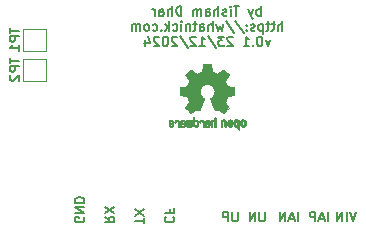
<source format=gbr>
%TF.GenerationSoftware,KiCad,Pcbnew,7.0.7*%
%TF.CreationDate,2025-01-01T11:59:36+10:30*%
%TF.ProjectId,V9261F_Breakout,56393236-3146-45f4-9272-65616b6f7574,rev?*%
%TF.SameCoordinates,Original*%
%TF.FileFunction,Legend,Bot*%
%TF.FilePolarity,Positive*%
%FSLAX46Y46*%
G04 Gerber Fmt 4.6, Leading zero omitted, Abs format (unit mm)*
G04 Created by KiCad (PCBNEW 7.0.7) date 2025-01-01 11:59:36*
%MOMM*%
%LPD*%
G01*
G04 APERTURE LIST*
%ADD10C,0.200000*%
%ADD11C,0.120000*%
%ADD12C,0.010000*%
G04 APERTURE END LIST*
D10*
X163114231Y-97135695D02*
X162847564Y-97935695D01*
X162847564Y-97935695D02*
X162580898Y-97135695D01*
X162314231Y-97935695D02*
X162314231Y-97135695D01*
X161933279Y-97935695D02*
X161933279Y-97135695D01*
X161933279Y-97135695D02*
X161476136Y-97935695D01*
X161476136Y-97935695D02*
X161476136Y-97135695D01*
X160713945Y-97935695D02*
X160713945Y-97135695D01*
X160371089Y-97707123D02*
X159990136Y-97707123D01*
X160447279Y-97935695D02*
X160180612Y-97135695D01*
X160180612Y-97135695D02*
X159913946Y-97935695D01*
X159647279Y-97935695D02*
X159647279Y-97135695D01*
X159647279Y-97135695D02*
X159342517Y-97135695D01*
X159342517Y-97135695D02*
X159266327Y-97173790D01*
X159266327Y-97173790D02*
X159228232Y-97211885D01*
X159228232Y-97211885D02*
X159190136Y-97288076D01*
X159190136Y-97288076D02*
X159190136Y-97402361D01*
X159190136Y-97402361D02*
X159228232Y-97478552D01*
X159228232Y-97478552D02*
X159266327Y-97516647D01*
X159266327Y-97516647D02*
X159342517Y-97554742D01*
X159342517Y-97554742D02*
X159647279Y-97554742D01*
X158173945Y-97935695D02*
X158173945Y-97135695D01*
X157831089Y-97707123D02*
X157450136Y-97707123D01*
X157907279Y-97935695D02*
X157640612Y-97135695D01*
X157640612Y-97135695D02*
X157373946Y-97935695D01*
X157107279Y-97935695D02*
X157107279Y-97135695D01*
X157107279Y-97135695D02*
X156650136Y-97935695D01*
X156650136Y-97935695D02*
X156650136Y-97135695D01*
X155379945Y-97135695D02*
X155379945Y-97783314D01*
X155379945Y-97783314D02*
X155341850Y-97859504D01*
X155341850Y-97859504D02*
X155303755Y-97897600D01*
X155303755Y-97897600D02*
X155227564Y-97935695D01*
X155227564Y-97935695D02*
X155075183Y-97935695D01*
X155075183Y-97935695D02*
X154998993Y-97897600D01*
X154998993Y-97897600D02*
X154960898Y-97859504D01*
X154960898Y-97859504D02*
X154922802Y-97783314D01*
X154922802Y-97783314D02*
X154922802Y-97135695D01*
X154541850Y-97935695D02*
X154541850Y-97135695D01*
X154541850Y-97135695D02*
X154084707Y-97935695D01*
X154084707Y-97935695D02*
X154084707Y-97135695D01*
X153093945Y-97135695D02*
X153093945Y-97783314D01*
X153093945Y-97783314D02*
X153055850Y-97859504D01*
X153055850Y-97859504D02*
X153017755Y-97897600D01*
X153017755Y-97897600D02*
X152941564Y-97935695D01*
X152941564Y-97935695D02*
X152789183Y-97935695D01*
X152789183Y-97935695D02*
X152712993Y-97897600D01*
X152712993Y-97897600D02*
X152674898Y-97859504D01*
X152674898Y-97859504D02*
X152636802Y-97783314D01*
X152636802Y-97783314D02*
X152636802Y-97135695D01*
X152255850Y-97935695D02*
X152255850Y-97135695D01*
X152255850Y-97135695D02*
X151951088Y-97135695D01*
X151951088Y-97135695D02*
X151874898Y-97173790D01*
X151874898Y-97173790D02*
X151836803Y-97211885D01*
X151836803Y-97211885D02*
X151798707Y-97288076D01*
X151798707Y-97288076D02*
X151798707Y-97402361D01*
X151798707Y-97402361D02*
X151836803Y-97478552D01*
X151836803Y-97478552D02*
X151874898Y-97516647D01*
X151874898Y-97516647D02*
X151951088Y-97554742D01*
X151951088Y-97554742D02*
X152255850Y-97554742D01*
X146996495Y-97518802D02*
X146958400Y-97556898D01*
X146958400Y-97556898D02*
X146920304Y-97671183D01*
X146920304Y-97671183D02*
X146920304Y-97747374D01*
X146920304Y-97747374D02*
X146958400Y-97861660D01*
X146958400Y-97861660D02*
X147034590Y-97937850D01*
X147034590Y-97937850D02*
X147110780Y-97975945D01*
X147110780Y-97975945D02*
X147263161Y-98014041D01*
X147263161Y-98014041D02*
X147377447Y-98014041D01*
X147377447Y-98014041D02*
X147529828Y-97975945D01*
X147529828Y-97975945D02*
X147606019Y-97937850D01*
X147606019Y-97937850D02*
X147682209Y-97861660D01*
X147682209Y-97861660D02*
X147720304Y-97747374D01*
X147720304Y-97747374D02*
X147720304Y-97671183D01*
X147720304Y-97671183D02*
X147682209Y-97556898D01*
X147682209Y-97556898D02*
X147644114Y-97518802D01*
X147339352Y-96909279D02*
X147339352Y-97175945D01*
X146920304Y-97175945D02*
X147720304Y-97175945D01*
X147720304Y-97175945D02*
X147720304Y-96794993D01*
X145180304Y-98090231D02*
X145180304Y-97633088D01*
X144380304Y-97861660D02*
X145180304Y-97861660D01*
X145180304Y-97442612D02*
X144380304Y-96909278D01*
X145180304Y-96909278D02*
X144380304Y-97442612D01*
X141840304Y-97518802D02*
X142221257Y-97785469D01*
X141840304Y-97975945D02*
X142640304Y-97975945D01*
X142640304Y-97975945D02*
X142640304Y-97671183D01*
X142640304Y-97671183D02*
X142602209Y-97594993D01*
X142602209Y-97594993D02*
X142564114Y-97556898D01*
X142564114Y-97556898D02*
X142487923Y-97518802D01*
X142487923Y-97518802D02*
X142373638Y-97518802D01*
X142373638Y-97518802D02*
X142297447Y-97556898D01*
X142297447Y-97556898D02*
X142259352Y-97594993D01*
X142259352Y-97594993D02*
X142221257Y-97671183D01*
X142221257Y-97671183D02*
X142221257Y-97975945D01*
X142640304Y-97252136D02*
X141840304Y-96718802D01*
X142640304Y-96718802D02*
X141840304Y-97252136D01*
X140062209Y-97556898D02*
X140100304Y-97633088D01*
X140100304Y-97633088D02*
X140100304Y-97747374D01*
X140100304Y-97747374D02*
X140062209Y-97861660D01*
X140062209Y-97861660D02*
X139986019Y-97937850D01*
X139986019Y-97937850D02*
X139909828Y-97975945D01*
X139909828Y-97975945D02*
X139757447Y-98014041D01*
X139757447Y-98014041D02*
X139643161Y-98014041D01*
X139643161Y-98014041D02*
X139490780Y-97975945D01*
X139490780Y-97975945D02*
X139414590Y-97937850D01*
X139414590Y-97937850D02*
X139338400Y-97861660D01*
X139338400Y-97861660D02*
X139300304Y-97747374D01*
X139300304Y-97747374D02*
X139300304Y-97671183D01*
X139300304Y-97671183D02*
X139338400Y-97556898D01*
X139338400Y-97556898D02*
X139376495Y-97518802D01*
X139376495Y-97518802D02*
X139643161Y-97518802D01*
X139643161Y-97518802D02*
X139643161Y-97671183D01*
X139300304Y-97175945D02*
X140100304Y-97175945D01*
X140100304Y-97175945D02*
X139300304Y-96718802D01*
X139300304Y-96718802D02*
X140100304Y-96718802D01*
X139300304Y-96337850D02*
X140100304Y-96337850D01*
X140100304Y-96337850D02*
X140100304Y-96147374D01*
X140100304Y-96147374D02*
X140062209Y-96033088D01*
X140062209Y-96033088D02*
X139986019Y-95956898D01*
X139986019Y-95956898D02*
X139909828Y-95918803D01*
X139909828Y-95918803D02*
X139757447Y-95880707D01*
X139757447Y-95880707D02*
X139643161Y-95880707D01*
X139643161Y-95880707D02*
X139490780Y-95918803D01*
X139490780Y-95918803D02*
X139414590Y-95956898D01*
X139414590Y-95956898D02*
X139338400Y-96033088D01*
X139338400Y-96033088D02*
X139300304Y-96147374D01*
X139300304Y-96147374D02*
X139300304Y-96337850D01*
X155028334Y-80500695D02*
X155028334Y-79700695D01*
X155028334Y-80005457D02*
X154952144Y-79967361D01*
X154952144Y-79967361D02*
X154799763Y-79967361D01*
X154799763Y-79967361D02*
X154723572Y-80005457D01*
X154723572Y-80005457D02*
X154685477Y-80043552D01*
X154685477Y-80043552D02*
X154647382Y-80119742D01*
X154647382Y-80119742D02*
X154647382Y-80348314D01*
X154647382Y-80348314D02*
X154685477Y-80424504D01*
X154685477Y-80424504D02*
X154723572Y-80462600D01*
X154723572Y-80462600D02*
X154799763Y-80500695D01*
X154799763Y-80500695D02*
X154952144Y-80500695D01*
X154952144Y-80500695D02*
X155028334Y-80462600D01*
X154380715Y-79967361D02*
X154190239Y-80500695D01*
X153999762Y-79967361D02*
X154190239Y-80500695D01*
X154190239Y-80500695D02*
X154266429Y-80691171D01*
X154266429Y-80691171D02*
X154304524Y-80729266D01*
X154304524Y-80729266D02*
X154380715Y-80767361D01*
X153199762Y-79700695D02*
X152742619Y-79700695D01*
X152971191Y-80500695D02*
X152971191Y-79700695D01*
X152475952Y-80500695D02*
X152475952Y-79967361D01*
X152475952Y-79700695D02*
X152514048Y-79738790D01*
X152514048Y-79738790D02*
X152475952Y-79776885D01*
X152475952Y-79776885D02*
X152437857Y-79738790D01*
X152437857Y-79738790D02*
X152475952Y-79700695D01*
X152475952Y-79700695D02*
X152475952Y-79776885D01*
X152133096Y-80462600D02*
X152056905Y-80500695D01*
X152056905Y-80500695D02*
X151904524Y-80500695D01*
X151904524Y-80500695D02*
X151828334Y-80462600D01*
X151828334Y-80462600D02*
X151790238Y-80386409D01*
X151790238Y-80386409D02*
X151790238Y-80348314D01*
X151790238Y-80348314D02*
X151828334Y-80272123D01*
X151828334Y-80272123D02*
X151904524Y-80234028D01*
X151904524Y-80234028D02*
X152018810Y-80234028D01*
X152018810Y-80234028D02*
X152095000Y-80195933D01*
X152095000Y-80195933D02*
X152133096Y-80119742D01*
X152133096Y-80119742D02*
X152133096Y-80081647D01*
X152133096Y-80081647D02*
X152095000Y-80005457D01*
X152095000Y-80005457D02*
X152018810Y-79967361D01*
X152018810Y-79967361D02*
X151904524Y-79967361D01*
X151904524Y-79967361D02*
X151828334Y-80005457D01*
X151447381Y-80500695D02*
X151447381Y-79700695D01*
X151104524Y-80500695D02*
X151104524Y-80081647D01*
X151104524Y-80081647D02*
X151142619Y-80005457D01*
X151142619Y-80005457D02*
X151218810Y-79967361D01*
X151218810Y-79967361D02*
X151333096Y-79967361D01*
X151333096Y-79967361D02*
X151409286Y-80005457D01*
X151409286Y-80005457D02*
X151447381Y-80043552D01*
X150380714Y-80500695D02*
X150380714Y-80081647D01*
X150380714Y-80081647D02*
X150418809Y-80005457D01*
X150418809Y-80005457D02*
X150495000Y-79967361D01*
X150495000Y-79967361D02*
X150647381Y-79967361D01*
X150647381Y-79967361D02*
X150723571Y-80005457D01*
X150380714Y-80462600D02*
X150456905Y-80500695D01*
X150456905Y-80500695D02*
X150647381Y-80500695D01*
X150647381Y-80500695D02*
X150723571Y-80462600D01*
X150723571Y-80462600D02*
X150761667Y-80386409D01*
X150761667Y-80386409D02*
X150761667Y-80310219D01*
X150761667Y-80310219D02*
X150723571Y-80234028D01*
X150723571Y-80234028D02*
X150647381Y-80195933D01*
X150647381Y-80195933D02*
X150456905Y-80195933D01*
X150456905Y-80195933D02*
X150380714Y-80157838D01*
X149999761Y-80500695D02*
X149999761Y-79967361D01*
X149999761Y-80043552D02*
X149961666Y-80005457D01*
X149961666Y-80005457D02*
X149885476Y-79967361D01*
X149885476Y-79967361D02*
X149771190Y-79967361D01*
X149771190Y-79967361D02*
X149694999Y-80005457D01*
X149694999Y-80005457D02*
X149656904Y-80081647D01*
X149656904Y-80081647D02*
X149656904Y-80500695D01*
X149656904Y-80081647D02*
X149618809Y-80005457D01*
X149618809Y-80005457D02*
X149542618Y-79967361D01*
X149542618Y-79967361D02*
X149428333Y-79967361D01*
X149428333Y-79967361D02*
X149352142Y-80005457D01*
X149352142Y-80005457D02*
X149314047Y-80081647D01*
X149314047Y-80081647D02*
X149314047Y-80500695D01*
X148323570Y-80500695D02*
X148323570Y-79700695D01*
X148323570Y-79700695D02*
X148133094Y-79700695D01*
X148133094Y-79700695D02*
X148018808Y-79738790D01*
X148018808Y-79738790D02*
X147942618Y-79814980D01*
X147942618Y-79814980D02*
X147904523Y-79891171D01*
X147904523Y-79891171D02*
X147866427Y-80043552D01*
X147866427Y-80043552D02*
X147866427Y-80157838D01*
X147866427Y-80157838D02*
X147904523Y-80310219D01*
X147904523Y-80310219D02*
X147942618Y-80386409D01*
X147942618Y-80386409D02*
X148018808Y-80462600D01*
X148018808Y-80462600D02*
X148133094Y-80500695D01*
X148133094Y-80500695D02*
X148323570Y-80500695D01*
X147523570Y-80500695D02*
X147523570Y-79700695D01*
X147180713Y-80500695D02*
X147180713Y-80081647D01*
X147180713Y-80081647D02*
X147218808Y-80005457D01*
X147218808Y-80005457D02*
X147294999Y-79967361D01*
X147294999Y-79967361D02*
X147409285Y-79967361D01*
X147409285Y-79967361D02*
X147485475Y-80005457D01*
X147485475Y-80005457D02*
X147523570Y-80043552D01*
X146456903Y-80500695D02*
X146456903Y-80081647D01*
X146456903Y-80081647D02*
X146494998Y-80005457D01*
X146494998Y-80005457D02*
X146571189Y-79967361D01*
X146571189Y-79967361D02*
X146723570Y-79967361D01*
X146723570Y-79967361D02*
X146799760Y-80005457D01*
X146456903Y-80462600D02*
X146533094Y-80500695D01*
X146533094Y-80500695D02*
X146723570Y-80500695D01*
X146723570Y-80500695D02*
X146799760Y-80462600D01*
X146799760Y-80462600D02*
X146837856Y-80386409D01*
X146837856Y-80386409D02*
X146837856Y-80310219D01*
X146837856Y-80310219D02*
X146799760Y-80234028D01*
X146799760Y-80234028D02*
X146723570Y-80195933D01*
X146723570Y-80195933D02*
X146533094Y-80195933D01*
X146533094Y-80195933D02*
X146456903Y-80157838D01*
X146075950Y-80500695D02*
X146075950Y-79967361D01*
X146075950Y-80119742D02*
X146037855Y-80043552D01*
X146037855Y-80043552D02*
X145999760Y-80005457D01*
X145999760Y-80005457D02*
X145923569Y-79967361D01*
X145923569Y-79967361D02*
X145847379Y-79967361D01*
X156856904Y-81788695D02*
X156856904Y-80988695D01*
X156514047Y-81788695D02*
X156514047Y-81369647D01*
X156514047Y-81369647D02*
X156552142Y-81293457D01*
X156552142Y-81293457D02*
X156628333Y-81255361D01*
X156628333Y-81255361D02*
X156742619Y-81255361D01*
X156742619Y-81255361D02*
X156818809Y-81293457D01*
X156818809Y-81293457D02*
X156856904Y-81331552D01*
X156247380Y-81255361D02*
X155942618Y-81255361D01*
X156133094Y-80988695D02*
X156133094Y-81674409D01*
X156133094Y-81674409D02*
X156094999Y-81750600D01*
X156094999Y-81750600D02*
X156018809Y-81788695D01*
X156018809Y-81788695D02*
X155942618Y-81788695D01*
X155790237Y-81255361D02*
X155485475Y-81255361D01*
X155675951Y-80988695D02*
X155675951Y-81674409D01*
X155675951Y-81674409D02*
X155637856Y-81750600D01*
X155637856Y-81750600D02*
X155561666Y-81788695D01*
X155561666Y-81788695D02*
X155485475Y-81788695D01*
X155218808Y-81255361D02*
X155218808Y-82055361D01*
X155218808Y-81293457D02*
X155142618Y-81255361D01*
X155142618Y-81255361D02*
X154990237Y-81255361D01*
X154990237Y-81255361D02*
X154914046Y-81293457D01*
X154914046Y-81293457D02*
X154875951Y-81331552D01*
X154875951Y-81331552D02*
X154837856Y-81407742D01*
X154837856Y-81407742D02*
X154837856Y-81636314D01*
X154837856Y-81636314D02*
X154875951Y-81712504D01*
X154875951Y-81712504D02*
X154914046Y-81750600D01*
X154914046Y-81750600D02*
X154990237Y-81788695D01*
X154990237Y-81788695D02*
X155142618Y-81788695D01*
X155142618Y-81788695D02*
X155218808Y-81750600D01*
X154533094Y-81750600D02*
X154456903Y-81788695D01*
X154456903Y-81788695D02*
X154304522Y-81788695D01*
X154304522Y-81788695D02*
X154228332Y-81750600D01*
X154228332Y-81750600D02*
X154190236Y-81674409D01*
X154190236Y-81674409D02*
X154190236Y-81636314D01*
X154190236Y-81636314D02*
X154228332Y-81560123D01*
X154228332Y-81560123D02*
X154304522Y-81522028D01*
X154304522Y-81522028D02*
X154418808Y-81522028D01*
X154418808Y-81522028D02*
X154494998Y-81483933D01*
X154494998Y-81483933D02*
X154533094Y-81407742D01*
X154533094Y-81407742D02*
X154533094Y-81369647D01*
X154533094Y-81369647D02*
X154494998Y-81293457D01*
X154494998Y-81293457D02*
X154418808Y-81255361D01*
X154418808Y-81255361D02*
X154304522Y-81255361D01*
X154304522Y-81255361D02*
X154228332Y-81293457D01*
X153847379Y-81712504D02*
X153809284Y-81750600D01*
X153809284Y-81750600D02*
X153847379Y-81788695D01*
X153847379Y-81788695D02*
X153885475Y-81750600D01*
X153885475Y-81750600D02*
X153847379Y-81712504D01*
X153847379Y-81712504D02*
X153847379Y-81788695D01*
X153847379Y-81293457D02*
X153809284Y-81331552D01*
X153809284Y-81331552D02*
X153847379Y-81369647D01*
X153847379Y-81369647D02*
X153885475Y-81331552D01*
X153885475Y-81331552D02*
X153847379Y-81293457D01*
X153847379Y-81293457D02*
X153847379Y-81369647D01*
X152894999Y-80950600D02*
X153580713Y-81979171D01*
X152056904Y-80950600D02*
X152742618Y-81979171D01*
X151866428Y-81255361D02*
X151714047Y-81788695D01*
X151714047Y-81788695D02*
X151561666Y-81407742D01*
X151561666Y-81407742D02*
X151409285Y-81788695D01*
X151409285Y-81788695D02*
X151256904Y-81255361D01*
X150952142Y-81788695D02*
X150952142Y-80988695D01*
X150609285Y-81788695D02*
X150609285Y-81369647D01*
X150609285Y-81369647D02*
X150647380Y-81293457D01*
X150647380Y-81293457D02*
X150723571Y-81255361D01*
X150723571Y-81255361D02*
X150837857Y-81255361D01*
X150837857Y-81255361D02*
X150914047Y-81293457D01*
X150914047Y-81293457D02*
X150952142Y-81331552D01*
X149885475Y-81788695D02*
X149885475Y-81369647D01*
X149885475Y-81369647D02*
X149923570Y-81293457D01*
X149923570Y-81293457D02*
X149999761Y-81255361D01*
X149999761Y-81255361D02*
X150152142Y-81255361D01*
X150152142Y-81255361D02*
X150228332Y-81293457D01*
X149885475Y-81750600D02*
X149961666Y-81788695D01*
X149961666Y-81788695D02*
X150152142Y-81788695D01*
X150152142Y-81788695D02*
X150228332Y-81750600D01*
X150228332Y-81750600D02*
X150266428Y-81674409D01*
X150266428Y-81674409D02*
X150266428Y-81598219D01*
X150266428Y-81598219D02*
X150228332Y-81522028D01*
X150228332Y-81522028D02*
X150152142Y-81483933D01*
X150152142Y-81483933D02*
X149961666Y-81483933D01*
X149961666Y-81483933D02*
X149885475Y-81445838D01*
X149618808Y-81255361D02*
X149314046Y-81255361D01*
X149504522Y-80988695D02*
X149504522Y-81674409D01*
X149504522Y-81674409D02*
X149466427Y-81750600D01*
X149466427Y-81750600D02*
X149390237Y-81788695D01*
X149390237Y-81788695D02*
X149314046Y-81788695D01*
X149047379Y-81255361D02*
X149047379Y-81788695D01*
X149047379Y-81331552D02*
X149009284Y-81293457D01*
X149009284Y-81293457D02*
X148933094Y-81255361D01*
X148933094Y-81255361D02*
X148818808Y-81255361D01*
X148818808Y-81255361D02*
X148742617Y-81293457D01*
X148742617Y-81293457D02*
X148704522Y-81369647D01*
X148704522Y-81369647D02*
X148704522Y-81788695D01*
X148323569Y-81788695D02*
X148323569Y-81255361D01*
X148323569Y-80988695D02*
X148361665Y-81026790D01*
X148361665Y-81026790D02*
X148323569Y-81064885D01*
X148323569Y-81064885D02*
X148285474Y-81026790D01*
X148285474Y-81026790D02*
X148323569Y-80988695D01*
X148323569Y-80988695D02*
X148323569Y-81064885D01*
X147599760Y-81750600D02*
X147675951Y-81788695D01*
X147675951Y-81788695D02*
X147828332Y-81788695D01*
X147828332Y-81788695D02*
X147904522Y-81750600D01*
X147904522Y-81750600D02*
X147942617Y-81712504D01*
X147942617Y-81712504D02*
X147980713Y-81636314D01*
X147980713Y-81636314D02*
X147980713Y-81407742D01*
X147980713Y-81407742D02*
X147942617Y-81331552D01*
X147942617Y-81331552D02*
X147904522Y-81293457D01*
X147904522Y-81293457D02*
X147828332Y-81255361D01*
X147828332Y-81255361D02*
X147675951Y-81255361D01*
X147675951Y-81255361D02*
X147599760Y-81293457D01*
X147256903Y-81788695D02*
X147256903Y-80988695D01*
X147180713Y-81483933D02*
X146952141Y-81788695D01*
X146952141Y-81255361D02*
X147256903Y-81560123D01*
X146609284Y-81712504D02*
X146571189Y-81750600D01*
X146571189Y-81750600D02*
X146609284Y-81788695D01*
X146609284Y-81788695D02*
X146647380Y-81750600D01*
X146647380Y-81750600D02*
X146609284Y-81712504D01*
X146609284Y-81712504D02*
X146609284Y-81788695D01*
X145885475Y-81750600D02*
X145961666Y-81788695D01*
X145961666Y-81788695D02*
X146114047Y-81788695D01*
X146114047Y-81788695D02*
X146190237Y-81750600D01*
X146190237Y-81750600D02*
X146228332Y-81712504D01*
X146228332Y-81712504D02*
X146266428Y-81636314D01*
X146266428Y-81636314D02*
X146266428Y-81407742D01*
X146266428Y-81407742D02*
X146228332Y-81331552D01*
X146228332Y-81331552D02*
X146190237Y-81293457D01*
X146190237Y-81293457D02*
X146114047Y-81255361D01*
X146114047Y-81255361D02*
X145961666Y-81255361D01*
X145961666Y-81255361D02*
X145885475Y-81293457D01*
X145428333Y-81788695D02*
X145504523Y-81750600D01*
X145504523Y-81750600D02*
X145542618Y-81712504D01*
X145542618Y-81712504D02*
X145580714Y-81636314D01*
X145580714Y-81636314D02*
X145580714Y-81407742D01*
X145580714Y-81407742D02*
X145542618Y-81331552D01*
X145542618Y-81331552D02*
X145504523Y-81293457D01*
X145504523Y-81293457D02*
X145428333Y-81255361D01*
X145428333Y-81255361D02*
X145314047Y-81255361D01*
X145314047Y-81255361D02*
X145237856Y-81293457D01*
X145237856Y-81293457D02*
X145199761Y-81331552D01*
X145199761Y-81331552D02*
X145161666Y-81407742D01*
X145161666Y-81407742D02*
X145161666Y-81636314D01*
X145161666Y-81636314D02*
X145199761Y-81712504D01*
X145199761Y-81712504D02*
X145237856Y-81750600D01*
X145237856Y-81750600D02*
X145314047Y-81788695D01*
X145314047Y-81788695D02*
X145428333Y-81788695D01*
X144818808Y-81788695D02*
X144818808Y-81255361D01*
X144818808Y-81331552D02*
X144780713Y-81293457D01*
X144780713Y-81293457D02*
X144704523Y-81255361D01*
X144704523Y-81255361D02*
X144590237Y-81255361D01*
X144590237Y-81255361D02*
X144514046Y-81293457D01*
X144514046Y-81293457D02*
X144475951Y-81369647D01*
X144475951Y-81369647D02*
X144475951Y-81788695D01*
X144475951Y-81369647D02*
X144437856Y-81293457D01*
X144437856Y-81293457D02*
X144361665Y-81255361D01*
X144361665Y-81255361D02*
X144247380Y-81255361D01*
X144247380Y-81255361D02*
X144171189Y-81293457D01*
X144171189Y-81293457D02*
X144133094Y-81369647D01*
X144133094Y-81369647D02*
X144133094Y-81788695D01*
X155828334Y-82543361D02*
X155637858Y-83076695D01*
X155637858Y-83076695D02*
X155447381Y-82543361D01*
X154990238Y-82276695D02*
X154914048Y-82276695D01*
X154914048Y-82276695D02*
X154837857Y-82314790D01*
X154837857Y-82314790D02*
X154799762Y-82352885D01*
X154799762Y-82352885D02*
X154761667Y-82429076D01*
X154761667Y-82429076D02*
X154723572Y-82581457D01*
X154723572Y-82581457D02*
X154723572Y-82771933D01*
X154723572Y-82771933D02*
X154761667Y-82924314D01*
X154761667Y-82924314D02*
X154799762Y-83000504D01*
X154799762Y-83000504D02*
X154837857Y-83038600D01*
X154837857Y-83038600D02*
X154914048Y-83076695D01*
X154914048Y-83076695D02*
X154990238Y-83076695D01*
X154990238Y-83076695D02*
X155066429Y-83038600D01*
X155066429Y-83038600D02*
X155104524Y-83000504D01*
X155104524Y-83000504D02*
X155142619Y-82924314D01*
X155142619Y-82924314D02*
X155180715Y-82771933D01*
X155180715Y-82771933D02*
X155180715Y-82581457D01*
X155180715Y-82581457D02*
X155142619Y-82429076D01*
X155142619Y-82429076D02*
X155104524Y-82352885D01*
X155104524Y-82352885D02*
X155066429Y-82314790D01*
X155066429Y-82314790D02*
X154990238Y-82276695D01*
X154380714Y-83000504D02*
X154342619Y-83038600D01*
X154342619Y-83038600D02*
X154380714Y-83076695D01*
X154380714Y-83076695D02*
X154418810Y-83038600D01*
X154418810Y-83038600D02*
X154380714Y-83000504D01*
X154380714Y-83000504D02*
X154380714Y-83076695D01*
X153580715Y-83076695D02*
X154037858Y-83076695D01*
X153809286Y-83076695D02*
X153809286Y-82276695D01*
X153809286Y-82276695D02*
X153885477Y-82390980D01*
X153885477Y-82390980D02*
X153961667Y-82467171D01*
X153961667Y-82467171D02*
X154037858Y-82505266D01*
X152666429Y-82352885D02*
X152628333Y-82314790D01*
X152628333Y-82314790D02*
X152552143Y-82276695D01*
X152552143Y-82276695D02*
X152361667Y-82276695D01*
X152361667Y-82276695D02*
X152285476Y-82314790D01*
X152285476Y-82314790D02*
X152247381Y-82352885D01*
X152247381Y-82352885D02*
X152209286Y-82429076D01*
X152209286Y-82429076D02*
X152209286Y-82505266D01*
X152209286Y-82505266D02*
X152247381Y-82619552D01*
X152247381Y-82619552D02*
X152704524Y-83076695D01*
X152704524Y-83076695D02*
X152209286Y-83076695D01*
X151942619Y-82276695D02*
X151447381Y-82276695D01*
X151447381Y-82276695D02*
X151714047Y-82581457D01*
X151714047Y-82581457D02*
X151599762Y-82581457D01*
X151599762Y-82581457D02*
X151523571Y-82619552D01*
X151523571Y-82619552D02*
X151485476Y-82657647D01*
X151485476Y-82657647D02*
X151447381Y-82733838D01*
X151447381Y-82733838D02*
X151447381Y-82924314D01*
X151447381Y-82924314D02*
X151485476Y-83000504D01*
X151485476Y-83000504D02*
X151523571Y-83038600D01*
X151523571Y-83038600D02*
X151599762Y-83076695D01*
X151599762Y-83076695D02*
X151828333Y-83076695D01*
X151828333Y-83076695D02*
X151904524Y-83038600D01*
X151904524Y-83038600D02*
X151942619Y-83000504D01*
X150533095Y-82238600D02*
X151218809Y-83267171D01*
X149847381Y-83076695D02*
X150304524Y-83076695D01*
X150075952Y-83076695D02*
X150075952Y-82276695D01*
X150075952Y-82276695D02*
X150152143Y-82390980D01*
X150152143Y-82390980D02*
X150228333Y-82467171D01*
X150228333Y-82467171D02*
X150304524Y-82505266D01*
X149542619Y-82352885D02*
X149504523Y-82314790D01*
X149504523Y-82314790D02*
X149428333Y-82276695D01*
X149428333Y-82276695D02*
X149237857Y-82276695D01*
X149237857Y-82276695D02*
X149161666Y-82314790D01*
X149161666Y-82314790D02*
X149123571Y-82352885D01*
X149123571Y-82352885D02*
X149085476Y-82429076D01*
X149085476Y-82429076D02*
X149085476Y-82505266D01*
X149085476Y-82505266D02*
X149123571Y-82619552D01*
X149123571Y-82619552D02*
X149580714Y-83076695D01*
X149580714Y-83076695D02*
X149085476Y-83076695D01*
X148171190Y-82238600D02*
X148856904Y-83267171D01*
X147942619Y-82352885D02*
X147904523Y-82314790D01*
X147904523Y-82314790D02*
X147828333Y-82276695D01*
X147828333Y-82276695D02*
X147637857Y-82276695D01*
X147637857Y-82276695D02*
X147561666Y-82314790D01*
X147561666Y-82314790D02*
X147523571Y-82352885D01*
X147523571Y-82352885D02*
X147485476Y-82429076D01*
X147485476Y-82429076D02*
X147485476Y-82505266D01*
X147485476Y-82505266D02*
X147523571Y-82619552D01*
X147523571Y-82619552D02*
X147980714Y-83076695D01*
X147980714Y-83076695D02*
X147485476Y-83076695D01*
X146990237Y-82276695D02*
X146914047Y-82276695D01*
X146914047Y-82276695D02*
X146837856Y-82314790D01*
X146837856Y-82314790D02*
X146799761Y-82352885D01*
X146799761Y-82352885D02*
X146761666Y-82429076D01*
X146761666Y-82429076D02*
X146723571Y-82581457D01*
X146723571Y-82581457D02*
X146723571Y-82771933D01*
X146723571Y-82771933D02*
X146761666Y-82924314D01*
X146761666Y-82924314D02*
X146799761Y-83000504D01*
X146799761Y-83000504D02*
X146837856Y-83038600D01*
X146837856Y-83038600D02*
X146914047Y-83076695D01*
X146914047Y-83076695D02*
X146990237Y-83076695D01*
X146990237Y-83076695D02*
X147066428Y-83038600D01*
X147066428Y-83038600D02*
X147104523Y-83000504D01*
X147104523Y-83000504D02*
X147142618Y-82924314D01*
X147142618Y-82924314D02*
X147180714Y-82771933D01*
X147180714Y-82771933D02*
X147180714Y-82581457D01*
X147180714Y-82581457D02*
X147142618Y-82429076D01*
X147142618Y-82429076D02*
X147104523Y-82352885D01*
X147104523Y-82352885D02*
X147066428Y-82314790D01*
X147066428Y-82314790D02*
X146990237Y-82276695D01*
X146418809Y-82352885D02*
X146380713Y-82314790D01*
X146380713Y-82314790D02*
X146304523Y-82276695D01*
X146304523Y-82276695D02*
X146114047Y-82276695D01*
X146114047Y-82276695D02*
X146037856Y-82314790D01*
X146037856Y-82314790D02*
X145999761Y-82352885D01*
X145999761Y-82352885D02*
X145961666Y-82429076D01*
X145961666Y-82429076D02*
X145961666Y-82505266D01*
X145961666Y-82505266D02*
X145999761Y-82619552D01*
X145999761Y-82619552D02*
X146456904Y-83076695D01*
X146456904Y-83076695D02*
X145961666Y-83076695D01*
X145275951Y-82543361D02*
X145275951Y-83076695D01*
X145466427Y-82238600D02*
X145656904Y-82810028D01*
X145656904Y-82810028D02*
X145161665Y-82810028D01*
X133798695Y-84080476D02*
X133798695Y-84537619D01*
X134598695Y-84309047D02*
X133798695Y-84309047D01*
X134598695Y-84804286D02*
X133798695Y-84804286D01*
X133798695Y-84804286D02*
X133798695Y-85109048D01*
X133798695Y-85109048D02*
X133836790Y-85185238D01*
X133836790Y-85185238D02*
X133874885Y-85223333D01*
X133874885Y-85223333D02*
X133951076Y-85261429D01*
X133951076Y-85261429D02*
X134065361Y-85261429D01*
X134065361Y-85261429D02*
X134141552Y-85223333D01*
X134141552Y-85223333D02*
X134179647Y-85185238D01*
X134179647Y-85185238D02*
X134217742Y-85109048D01*
X134217742Y-85109048D02*
X134217742Y-84804286D01*
X133874885Y-85566190D02*
X133836790Y-85604286D01*
X133836790Y-85604286D02*
X133798695Y-85680476D01*
X133798695Y-85680476D02*
X133798695Y-85870952D01*
X133798695Y-85870952D02*
X133836790Y-85947143D01*
X133836790Y-85947143D02*
X133874885Y-85985238D01*
X133874885Y-85985238D02*
X133951076Y-86023333D01*
X133951076Y-86023333D02*
X134027266Y-86023333D01*
X134027266Y-86023333D02*
X134141552Y-85985238D01*
X134141552Y-85985238D02*
X134598695Y-85528095D01*
X134598695Y-85528095D02*
X134598695Y-86023333D01*
X133798695Y-81540476D02*
X133798695Y-81997619D01*
X134598695Y-81769047D02*
X133798695Y-81769047D01*
X134598695Y-82264286D02*
X133798695Y-82264286D01*
X133798695Y-82264286D02*
X133798695Y-82569048D01*
X133798695Y-82569048D02*
X133836790Y-82645238D01*
X133836790Y-82645238D02*
X133874885Y-82683333D01*
X133874885Y-82683333D02*
X133951076Y-82721429D01*
X133951076Y-82721429D02*
X134065361Y-82721429D01*
X134065361Y-82721429D02*
X134141552Y-82683333D01*
X134141552Y-82683333D02*
X134179647Y-82645238D01*
X134179647Y-82645238D02*
X134217742Y-82569048D01*
X134217742Y-82569048D02*
X134217742Y-82264286D01*
X134598695Y-83483333D02*
X134598695Y-83026190D01*
X134598695Y-83254762D02*
X133798695Y-83254762D01*
X133798695Y-83254762D02*
X133912980Y-83178571D01*
X133912980Y-83178571D02*
X133989171Y-83102381D01*
X133989171Y-83102381D02*
X134027266Y-83026190D01*
D11*
%TO.C,TP2*%
X136840000Y-86040000D02*
X136840000Y-84140000D01*
X136840000Y-84140000D02*
X134940000Y-84140000D01*
X134940000Y-86040000D02*
X136840000Y-86040000D01*
X134940000Y-84140000D02*
X134940000Y-86040000D01*
%TO.C,LOGO1*%
D12*
X147977829Y-89327097D02*
X148037753Y-89349355D01*
X148062673Y-89366080D01*
X148087910Y-89390043D01*
X148105912Y-89420526D01*
X148117858Y-89462023D01*
X148124930Y-89519032D01*
X148128308Y-89596047D01*
X148129171Y-89697565D01*
X148129002Y-89750027D01*
X148128153Y-89821715D01*
X148126711Y-89878925D01*
X148124814Y-89916809D01*
X148122597Y-89930514D01*
X148108172Y-89925981D01*
X148079054Y-89913670D01*
X148078181Y-89913272D01*
X148063060Y-89905356D01*
X148052891Y-89894495D01*
X148046691Y-89875471D01*
X148043478Y-89843069D01*
X148042270Y-89792071D01*
X148042086Y-89717261D01*
X148041714Y-89669804D01*
X148037750Y-89580615D01*
X148028673Y-89515287D01*
X148013524Y-89470393D01*
X147991345Y-89442507D01*
X147961175Y-89428203D01*
X147956990Y-89427206D01*
X147900480Y-89426427D01*
X147856410Y-89451744D01*
X147825972Y-89502502D01*
X147820544Y-89517175D01*
X147808171Y-89549649D01*
X147801905Y-89564572D01*
X147789036Y-89562516D01*
X147760933Y-89551357D01*
X147734721Y-89532927D01*
X147722771Y-89498098D01*
X147726336Y-89473151D01*
X147748235Y-89422547D01*
X147783644Y-89375128D01*
X147825052Y-89342334D01*
X147842400Y-89334752D01*
X147908089Y-89322076D01*
X147977829Y-89327097D01*
G36*
X147977829Y-89327097D02*
G01*
X148037753Y-89349355D01*
X148062673Y-89366080D01*
X148087910Y-89390043D01*
X148105912Y-89420526D01*
X148117858Y-89462023D01*
X148124930Y-89519032D01*
X148128308Y-89596047D01*
X148129171Y-89697565D01*
X148129002Y-89750027D01*
X148128153Y-89821715D01*
X148126711Y-89878925D01*
X148124814Y-89916809D01*
X148122597Y-89930514D01*
X148108172Y-89925981D01*
X148079054Y-89913670D01*
X148078181Y-89913272D01*
X148063060Y-89905356D01*
X148052891Y-89894495D01*
X148046691Y-89875471D01*
X148043478Y-89843069D01*
X148042270Y-89792071D01*
X148042086Y-89717261D01*
X148041714Y-89669804D01*
X148037750Y-89580615D01*
X148028673Y-89515287D01*
X148013524Y-89470393D01*
X147991345Y-89442507D01*
X147961175Y-89428203D01*
X147956990Y-89427206D01*
X147900480Y-89426427D01*
X147856410Y-89451744D01*
X147825972Y-89502502D01*
X147820544Y-89517175D01*
X147808171Y-89549649D01*
X147801905Y-89564572D01*
X147789036Y-89562516D01*
X147760933Y-89551357D01*
X147734721Y-89532927D01*
X147722771Y-89498098D01*
X147726336Y-89473151D01*
X147748235Y-89422547D01*
X147783644Y-89375128D01*
X147825052Y-89342334D01*
X147842400Y-89334752D01*
X147908089Y-89322076D01*
X147977829Y-89327097D01*
G37*
X151926020Y-89293822D02*
X151993810Y-89325680D01*
X152049366Y-89380770D01*
X152060881Y-89398016D01*
X152070432Y-89417562D01*
X152077206Y-89442198D01*
X152081819Y-89476711D01*
X152084888Y-89525889D01*
X152087029Y-89594519D01*
X152088859Y-89687389D01*
X152093404Y-89945007D01*
X152055225Y-89930491D01*
X152020268Y-89917156D01*
X151994097Y-89904323D01*
X151977013Y-89887780D01*
X151967086Y-89862465D01*
X151962386Y-89823316D01*
X151960982Y-89765268D01*
X151960943Y-89683261D01*
X151960744Y-89617895D01*
X151959559Y-89555173D01*
X151956729Y-89512334D01*
X151951609Y-89484220D01*
X151943553Y-89465675D01*
X151931914Y-89451543D01*
X151903303Y-89431600D01*
X151855239Y-89424083D01*
X151807688Y-89443079D01*
X151804550Y-89445511D01*
X151794769Y-89456748D01*
X151787553Y-89474770D01*
X151782299Y-89504026D01*
X151778402Y-89548962D01*
X151775256Y-89614028D01*
X151772257Y-89703670D01*
X151765000Y-89943697D01*
X151703314Y-89916044D01*
X151641629Y-89888391D01*
X151641629Y-89669246D01*
X151641884Y-89609711D01*
X151644086Y-89526892D01*
X151649661Y-89465227D01*
X151659941Y-89419748D01*
X151676258Y-89385484D01*
X151699943Y-89357466D01*
X151732328Y-89330723D01*
X151778907Y-89303780D01*
X151852287Y-89286191D01*
X151926020Y-89293822D01*
G36*
X151926020Y-89293822D02*
G01*
X151993810Y-89325680D01*
X152049366Y-89380770D01*
X152060881Y-89398016D01*
X152070432Y-89417562D01*
X152077206Y-89442198D01*
X152081819Y-89476711D01*
X152084888Y-89525889D01*
X152087029Y-89594519D01*
X152088859Y-89687389D01*
X152093404Y-89945007D01*
X152055225Y-89930491D01*
X152020268Y-89917156D01*
X151994097Y-89904323D01*
X151977013Y-89887780D01*
X151967086Y-89862465D01*
X151962386Y-89823316D01*
X151960982Y-89765268D01*
X151960943Y-89683261D01*
X151960744Y-89617895D01*
X151959559Y-89555173D01*
X151956729Y-89512334D01*
X151951609Y-89484220D01*
X151943553Y-89465675D01*
X151931914Y-89451543D01*
X151903303Y-89431600D01*
X151855239Y-89424083D01*
X151807688Y-89443079D01*
X151804550Y-89445511D01*
X151794769Y-89456748D01*
X151787553Y-89474770D01*
X151782299Y-89504026D01*
X151778402Y-89548962D01*
X151775256Y-89614028D01*
X151772257Y-89703670D01*
X151765000Y-89943697D01*
X151703314Y-89916044D01*
X151641629Y-89888391D01*
X151641629Y-89669246D01*
X151641884Y-89609711D01*
X151644086Y-89526892D01*
X151649661Y-89465227D01*
X151659941Y-89419748D01*
X151676258Y-89385484D01*
X151699943Y-89357466D01*
X151732328Y-89330723D01*
X151778907Y-89303780D01*
X151852287Y-89286191D01*
X151926020Y-89293822D01*
G37*
X150102691Y-89342467D02*
X150107273Y-89345003D01*
X150144704Y-89374057D01*
X150178170Y-89411410D01*
X150184007Y-89419852D01*
X150195165Y-89439553D01*
X150203136Y-89462935D01*
X150208618Y-89495067D01*
X150212307Y-89541019D01*
X150214899Y-89605859D01*
X150217092Y-89694657D01*
X150217402Y-89709669D01*
X150218400Y-89806999D01*
X150216994Y-89875934D01*
X150213164Y-89916948D01*
X150206889Y-89930514D01*
X150187898Y-89926452D01*
X150155638Y-89914144D01*
X150148041Y-89910545D01*
X150136176Y-89902398D01*
X150127994Y-89889004D01*
X150122643Y-89865608D01*
X150119269Y-89827455D01*
X150117019Y-89769790D01*
X150115040Y-89687857D01*
X150114498Y-89663907D01*
X150112403Y-89588266D01*
X150109683Y-89535328D01*
X150105515Y-89500075D01*
X150099079Y-89477487D01*
X150089550Y-89462544D01*
X150076106Y-89450227D01*
X150036305Y-89428634D01*
X149987341Y-89424476D01*
X149943529Y-89440999D01*
X149912008Y-89475210D01*
X149899914Y-89524114D01*
X149899578Y-89537407D01*
X149892972Y-89561472D01*
X149873470Y-89565144D01*
X149835283Y-89550813D01*
X149826438Y-89546217D01*
X149802534Y-89519186D01*
X149802061Y-89478994D01*
X149824836Y-89423409D01*
X149845727Y-89393117D01*
X149899142Y-89350084D01*
X149965074Y-89325755D01*
X150035574Y-89322443D01*
X150102691Y-89342467D01*
G36*
X150102691Y-89342467D02*
G01*
X150107273Y-89345003D01*
X150144704Y-89374057D01*
X150178170Y-89411410D01*
X150184007Y-89419852D01*
X150195165Y-89439553D01*
X150203136Y-89462935D01*
X150208618Y-89495067D01*
X150212307Y-89541019D01*
X150214899Y-89605859D01*
X150217092Y-89694657D01*
X150217402Y-89709669D01*
X150218400Y-89806999D01*
X150216994Y-89875934D01*
X150213164Y-89916948D01*
X150206889Y-89930514D01*
X150187898Y-89926452D01*
X150155638Y-89914144D01*
X150148041Y-89910545D01*
X150136176Y-89902398D01*
X150127994Y-89889004D01*
X150122643Y-89865608D01*
X150119269Y-89827455D01*
X150117019Y-89769790D01*
X150115040Y-89687857D01*
X150114498Y-89663907D01*
X150112403Y-89588266D01*
X150109683Y-89535328D01*
X150105515Y-89500075D01*
X150099079Y-89477487D01*
X150089550Y-89462544D01*
X150076106Y-89450227D01*
X150036305Y-89428634D01*
X149987341Y-89424476D01*
X149943529Y-89440999D01*
X149912008Y-89475210D01*
X149899914Y-89524114D01*
X149899578Y-89537407D01*
X149892972Y-89561472D01*
X149873470Y-89565144D01*
X149835283Y-89550813D01*
X149826438Y-89546217D01*
X149802534Y-89519186D01*
X149802061Y-89478994D01*
X149824836Y-89423409D01*
X149845727Y-89393117D01*
X149899142Y-89350084D01*
X149965074Y-89325755D01*
X150035574Y-89322443D01*
X150102691Y-89342467D01*
G37*
X151173543Y-89125444D02*
X151220714Y-89145342D01*
X151220714Y-89542509D01*
X151220519Y-89645498D01*
X151219998Y-89738141D01*
X151219199Y-89816700D01*
X151218172Y-89877439D01*
X151216963Y-89916623D01*
X151215623Y-89930514D01*
X151215099Y-89930468D01*
X151197287Y-89925420D01*
X151164823Y-89914580D01*
X151119114Y-89898646D01*
X151119114Y-89694173D01*
X151118824Y-89613832D01*
X151117474Y-89555562D01*
X151114369Y-89515909D01*
X151108812Y-89489618D01*
X151100107Y-89471436D01*
X151087556Y-89456107D01*
X151078999Y-89447955D01*
X151032728Y-89425375D01*
X150981728Y-89427375D01*
X150934993Y-89454073D01*
X150928189Y-89460698D01*
X150917293Y-89474456D01*
X150909836Y-89492642D01*
X150905169Y-89520177D01*
X150902642Y-89561981D01*
X150901602Y-89622973D01*
X150901400Y-89708073D01*
X150901303Y-89751234D01*
X150900674Y-89822224D01*
X150899556Y-89879076D01*
X150898063Y-89916828D01*
X150896309Y-89930514D01*
X150895785Y-89930468D01*
X150877973Y-89925420D01*
X150845509Y-89914580D01*
X150799800Y-89898646D01*
X150799823Y-89693237D01*
X150799857Y-89674951D01*
X150801778Y-89579626D01*
X150807678Y-89507543D01*
X150819001Y-89453813D01*
X150837187Y-89413549D01*
X150863679Y-89381861D01*
X150899918Y-89353861D01*
X150935263Y-89336333D01*
X150991773Y-89322785D01*
X151047356Y-89322015D01*
X151090086Y-89335195D01*
X151093298Y-89337015D01*
X151103205Y-89336820D01*
X151109975Y-89321572D01*
X151114861Y-89286613D01*
X151119114Y-89227289D01*
X151126371Y-89105547D01*
X151173543Y-89125444D01*
G36*
X151173543Y-89125444D02*
G01*
X151220714Y-89145342D01*
X151220714Y-89542509D01*
X151220519Y-89645498D01*
X151219998Y-89738141D01*
X151219199Y-89816700D01*
X151218172Y-89877439D01*
X151216963Y-89916623D01*
X151215623Y-89930514D01*
X151215099Y-89930468D01*
X151197287Y-89925420D01*
X151164823Y-89914580D01*
X151119114Y-89898646D01*
X151119114Y-89694173D01*
X151118824Y-89613832D01*
X151117474Y-89555562D01*
X151114369Y-89515909D01*
X151108812Y-89489618D01*
X151100107Y-89471436D01*
X151087556Y-89456107D01*
X151078999Y-89447955D01*
X151032728Y-89425375D01*
X150981728Y-89427375D01*
X150934993Y-89454073D01*
X150928189Y-89460698D01*
X150917293Y-89474456D01*
X150909836Y-89492642D01*
X150905169Y-89520177D01*
X150902642Y-89561981D01*
X150901602Y-89622973D01*
X150901400Y-89708073D01*
X150901303Y-89751234D01*
X150900674Y-89822224D01*
X150899556Y-89879076D01*
X150898063Y-89916828D01*
X150896309Y-89930514D01*
X150895785Y-89930468D01*
X150877973Y-89925420D01*
X150845509Y-89914580D01*
X150799800Y-89898646D01*
X150799823Y-89693237D01*
X150799857Y-89674951D01*
X150801778Y-89579626D01*
X150807678Y-89507543D01*
X150819001Y-89453813D01*
X150837187Y-89413549D01*
X150863679Y-89381861D01*
X150899918Y-89353861D01*
X150935263Y-89336333D01*
X150991773Y-89322785D01*
X151047356Y-89322015D01*
X151090086Y-89335195D01*
X151093298Y-89337015D01*
X151103205Y-89336820D01*
X151109975Y-89321572D01*
X151114861Y-89286613D01*
X151119114Y-89227289D01*
X151126371Y-89105547D01*
X151173543Y-89125444D01*
G37*
X149148941Y-89325282D02*
X149180774Y-89337758D01*
X149217743Y-89354602D01*
X149217743Y-89841196D01*
X149171812Y-89887127D01*
X149161320Y-89897427D01*
X149132255Y-89920320D01*
X149102943Y-89927735D01*
X149059326Y-89924321D01*
X149041568Y-89922114D01*
X148995767Y-89917445D01*
X148963743Y-89915585D01*
X148954244Y-89915869D01*
X148915274Y-89918948D01*
X148868160Y-89924321D01*
X148853085Y-89926168D01*
X148815110Y-89926893D01*
X148787325Y-89915429D01*
X148755674Y-89887127D01*
X148709743Y-89841196D01*
X148709743Y-89581055D01*
X148710101Y-89504180D01*
X148711216Y-89430886D01*
X148712952Y-89372850D01*
X148715167Y-89334663D01*
X148717721Y-89320914D01*
X148718256Y-89320951D01*
X148736808Y-89327793D01*
X148768153Y-89342868D01*
X148810608Y-89364822D01*
X148814604Y-89593240D01*
X148818600Y-89821657D01*
X148905686Y-89821657D01*
X148909657Y-89571286D01*
X148910916Y-89503227D01*
X148912718Y-89430482D01*
X148914671Y-89372730D01*
X148916612Y-89334648D01*
X148918377Y-89320914D01*
X148918885Y-89320962D01*
X148936482Y-89326015D01*
X148968834Y-89336849D01*
X149014543Y-89352783D01*
X149014765Y-89572706D01*
X149014988Y-89610909D01*
X149016531Y-89685146D01*
X149019292Y-89747145D01*
X149022977Y-89791308D01*
X149027292Y-89812041D01*
X149042732Y-89823131D01*
X149074241Y-89826556D01*
X149108886Y-89821657D01*
X149112857Y-89571286D01*
X149114278Y-89507663D01*
X149117225Y-89432356D01*
X149121079Y-89373286D01*
X149125542Y-89334718D01*
X149130317Y-89320914D01*
X149148941Y-89325282D01*
G36*
X149148941Y-89325282D02*
G01*
X149180774Y-89337758D01*
X149217743Y-89354602D01*
X149217743Y-89841196D01*
X149171812Y-89887127D01*
X149161320Y-89897427D01*
X149132255Y-89920320D01*
X149102943Y-89927735D01*
X149059326Y-89924321D01*
X149041568Y-89922114D01*
X148995767Y-89917445D01*
X148963743Y-89915585D01*
X148954244Y-89915869D01*
X148915274Y-89918948D01*
X148868160Y-89924321D01*
X148853085Y-89926168D01*
X148815110Y-89926893D01*
X148787325Y-89915429D01*
X148755674Y-89887127D01*
X148709743Y-89841196D01*
X148709743Y-89581055D01*
X148710101Y-89504180D01*
X148711216Y-89430886D01*
X148712952Y-89372850D01*
X148715167Y-89334663D01*
X148717721Y-89320914D01*
X148718256Y-89320951D01*
X148736808Y-89327793D01*
X148768153Y-89342868D01*
X148810608Y-89364822D01*
X148814604Y-89593240D01*
X148818600Y-89821657D01*
X148905686Y-89821657D01*
X148909657Y-89571286D01*
X148910916Y-89503227D01*
X148912718Y-89430482D01*
X148914671Y-89372730D01*
X148916612Y-89334648D01*
X148918377Y-89320914D01*
X148918885Y-89320962D01*
X148936482Y-89326015D01*
X148968834Y-89336849D01*
X149014543Y-89352783D01*
X149014765Y-89572706D01*
X149014988Y-89610909D01*
X149016531Y-89685146D01*
X149019292Y-89747145D01*
X149022977Y-89791308D01*
X149027292Y-89812041D01*
X149042732Y-89823131D01*
X149074241Y-89826556D01*
X149108886Y-89821657D01*
X149112857Y-89571286D01*
X149114278Y-89507663D01*
X149117225Y-89432356D01*
X149121079Y-89373286D01*
X149125542Y-89334718D01*
X149130317Y-89320914D01*
X149148941Y-89325282D01*
G37*
X153760714Y-89611200D02*
X153760701Y-89626935D01*
X153759914Y-89697119D01*
X153757210Y-89746022D01*
X153751606Y-89780178D01*
X153742119Y-89806124D01*
X153727768Y-89830397D01*
X153724237Y-89835433D01*
X153686878Y-89875143D01*
X153644311Y-89905092D01*
X153622452Y-89914810D01*
X153543908Y-89931020D01*
X153466231Y-89920535D01*
X153394645Y-89884707D01*
X153334374Y-89824887D01*
X153329286Y-89816873D01*
X153312730Y-89770342D01*
X153301573Y-89705552D01*
X153296160Y-89630727D01*
X153296768Y-89561513D01*
X153443248Y-89561513D01*
X153444402Y-89657399D01*
X153444866Y-89663569D01*
X153451629Y-89716478D01*
X153463671Y-89750029D01*
X153484005Y-89773016D01*
X153518097Y-89794548D01*
X153551814Y-89795680D01*
X153586543Y-89770857D01*
X153592584Y-89764325D01*
X153604417Y-89744779D01*
X153611404Y-89716386D01*
X153614727Y-89672430D01*
X153615571Y-89606192D01*
X153614125Y-89544150D01*
X153606907Y-89485042D01*
X153592006Y-89447686D01*
X153567636Y-89428152D01*
X153532008Y-89422514D01*
X153518440Y-89423635D01*
X153480430Y-89444194D01*
X153455312Y-89490299D01*
X153443248Y-89561513D01*
X153296768Y-89561513D01*
X153296833Y-89554096D01*
X153303937Y-89483882D01*
X153317815Y-89428312D01*
X153335649Y-89391301D01*
X153385855Y-89333733D01*
X153453885Y-89297962D01*
X153537158Y-89285665D01*
X153559398Y-89286331D01*
X153624891Y-89299947D01*
X153678687Y-89334249D01*
X153728057Y-89393338D01*
X153730995Y-89397722D01*
X153744287Y-89421299D01*
X153752932Y-89447949D01*
X153757904Y-89484159D01*
X153760174Y-89536413D01*
X153760678Y-89606192D01*
X153760714Y-89611200D01*
G36*
X153760714Y-89611200D02*
G01*
X153760701Y-89626935D01*
X153759914Y-89697119D01*
X153757210Y-89746022D01*
X153751606Y-89780178D01*
X153742119Y-89806124D01*
X153727768Y-89830397D01*
X153724237Y-89835433D01*
X153686878Y-89875143D01*
X153644311Y-89905092D01*
X153622452Y-89914810D01*
X153543908Y-89931020D01*
X153466231Y-89920535D01*
X153394645Y-89884707D01*
X153334374Y-89824887D01*
X153329286Y-89816873D01*
X153312730Y-89770342D01*
X153301573Y-89705552D01*
X153296160Y-89630727D01*
X153296768Y-89561513D01*
X153443248Y-89561513D01*
X153444402Y-89657399D01*
X153444866Y-89663569D01*
X153451629Y-89716478D01*
X153463671Y-89750029D01*
X153484005Y-89773016D01*
X153518097Y-89794548D01*
X153551814Y-89795680D01*
X153586543Y-89770857D01*
X153592584Y-89764325D01*
X153604417Y-89744779D01*
X153611404Y-89716386D01*
X153614727Y-89672430D01*
X153615571Y-89606192D01*
X153614125Y-89544150D01*
X153606907Y-89485042D01*
X153592006Y-89447686D01*
X153567636Y-89428152D01*
X153532008Y-89422514D01*
X153518440Y-89423635D01*
X153480430Y-89444194D01*
X153455312Y-89490299D01*
X153443248Y-89561513D01*
X153296768Y-89561513D01*
X153296833Y-89554096D01*
X153303937Y-89483882D01*
X153317815Y-89428312D01*
X153335649Y-89391301D01*
X153385855Y-89333733D01*
X153453885Y-89297962D01*
X153537158Y-89285665D01*
X153559398Y-89286331D01*
X153624891Y-89299947D01*
X153678687Y-89334249D01*
X153728057Y-89393338D01*
X153730995Y-89397722D01*
X153744287Y-89421299D01*
X153752932Y-89447949D01*
X153757904Y-89484159D01*
X153760174Y-89536413D01*
X153760678Y-89606192D01*
X153760714Y-89611200D01*
G37*
X147635590Y-89628622D02*
X147635307Y-89667305D01*
X147631762Y-89743521D01*
X147622483Y-89799294D01*
X147605375Y-89840613D01*
X147578344Y-89873467D01*
X147539292Y-89903846D01*
X147514445Y-89917660D01*
X147474615Y-89926965D01*
X147418665Y-89926230D01*
X147387385Y-89923283D01*
X147349653Y-89914283D01*
X147319494Y-89894720D01*
X147284408Y-89858267D01*
X147279720Y-89852943D01*
X147248177Y-89811969D01*
X147233128Y-89776283D01*
X147229286Y-89733966D01*
X147229286Y-89671779D01*
X147272742Y-89688182D01*
X147304424Y-89707356D01*
X147331962Y-89752347D01*
X147337711Y-89766752D01*
X147369855Y-89807546D01*
X147413611Y-89828081D01*
X147461254Y-89826235D01*
X147505057Y-89799886D01*
X147520111Y-89783455D01*
X147533763Y-89758667D01*
X147529493Y-89736144D01*
X147504916Y-89712964D01*
X147457651Y-89686202D01*
X147385314Y-89652934D01*
X147236543Y-89587816D01*
X147232595Y-89523308D01*
X147234079Y-89482220D01*
X147331010Y-89482220D01*
X147338368Y-89507657D01*
X147371848Y-89534814D01*
X147432614Y-89565714D01*
X147442669Y-89570190D01*
X147490751Y-89591017D01*
X147526726Y-89605665D01*
X147543444Y-89611200D01*
X147545977Y-89607126D01*
X147546993Y-89582247D01*
X147543369Y-89542257D01*
X147534242Y-89503152D01*
X147505773Y-89453884D01*
X147464678Y-89426122D01*
X147415590Y-89422364D01*
X147363144Y-89445109D01*
X147348609Y-89456481D01*
X147331010Y-89482220D01*
X147234079Y-89482220D01*
X147234338Y-89475064D01*
X147256281Y-89414096D01*
X147283979Y-89380497D01*
X147341405Y-89342966D01*
X147409527Y-89324006D01*
X147479947Y-89325507D01*
X147544267Y-89349355D01*
X147558426Y-89358513D01*
X147590904Y-89386849D01*
X147613116Y-89422695D01*
X147626804Y-89471384D01*
X147633715Y-89538249D01*
X147634628Y-89582247D01*
X147635590Y-89628622D01*
G36*
X147635590Y-89628622D02*
G01*
X147635307Y-89667305D01*
X147631762Y-89743521D01*
X147622483Y-89799294D01*
X147605375Y-89840613D01*
X147578344Y-89873467D01*
X147539292Y-89903846D01*
X147514445Y-89917660D01*
X147474615Y-89926965D01*
X147418665Y-89926230D01*
X147387385Y-89923283D01*
X147349653Y-89914283D01*
X147319494Y-89894720D01*
X147284408Y-89858267D01*
X147279720Y-89852943D01*
X147248177Y-89811969D01*
X147233128Y-89776283D01*
X147229286Y-89733966D01*
X147229286Y-89671779D01*
X147272742Y-89688182D01*
X147304424Y-89707356D01*
X147331962Y-89752347D01*
X147337711Y-89766752D01*
X147369855Y-89807546D01*
X147413611Y-89828081D01*
X147461254Y-89826235D01*
X147505057Y-89799886D01*
X147520111Y-89783455D01*
X147533763Y-89758667D01*
X147529493Y-89736144D01*
X147504916Y-89712964D01*
X147457651Y-89686202D01*
X147385314Y-89652934D01*
X147236543Y-89587816D01*
X147232595Y-89523308D01*
X147234079Y-89482220D01*
X147331010Y-89482220D01*
X147338368Y-89507657D01*
X147371848Y-89534814D01*
X147432614Y-89565714D01*
X147442669Y-89570190D01*
X147490751Y-89591017D01*
X147526726Y-89605665D01*
X147543444Y-89611200D01*
X147545977Y-89607126D01*
X147546993Y-89582247D01*
X147543369Y-89542257D01*
X147534242Y-89503152D01*
X147505773Y-89453884D01*
X147464678Y-89426122D01*
X147415590Y-89422364D01*
X147363144Y-89445109D01*
X147348609Y-89456481D01*
X147331010Y-89482220D01*
X147234079Y-89482220D01*
X147234338Y-89475064D01*
X147256281Y-89414096D01*
X147283979Y-89380497D01*
X147341405Y-89342966D01*
X147409527Y-89324006D01*
X147479947Y-89325507D01*
X147544267Y-89349355D01*
X147558426Y-89358513D01*
X147590904Y-89386849D01*
X147613116Y-89422695D01*
X147626804Y-89471384D01*
X147633715Y-89538249D01*
X147634628Y-89582247D01*
X147635590Y-89628622D01*
G37*
X149725698Y-89625714D02*
X149724537Y-89682313D01*
X149716345Y-89759462D01*
X149698519Y-89817276D01*
X149668975Y-89861422D01*
X149625625Y-89897568D01*
X149584332Y-89918463D01*
X149514987Y-89930090D01*
X149445736Y-89917377D01*
X149383145Y-89881945D01*
X149333779Y-89825418D01*
X149327818Y-89814995D01*
X149319945Y-89796733D01*
X149314106Y-89773429D01*
X149309999Y-89741085D01*
X149307325Y-89695704D01*
X149305781Y-89633287D01*
X149305734Y-89627748D01*
X149406429Y-89627748D01*
X149406772Y-89680577D01*
X149408942Y-89728362D01*
X149414307Y-89759209D01*
X149424217Y-89779935D01*
X149440021Y-89797356D01*
X149443724Y-89800705D01*
X149491299Y-89825419D01*
X149541635Y-89822890D01*
X149588517Y-89793288D01*
X149602477Y-89777953D01*
X149614160Y-89757622D01*
X149620686Y-89729514D01*
X149623524Y-89686550D01*
X149624143Y-89621647D01*
X149623837Y-89572122D01*
X149621722Y-89523782D01*
X149616390Y-89492587D01*
X149606460Y-89471647D01*
X149590550Y-89454073D01*
X149581204Y-89446159D01*
X149532776Y-89424843D01*
X149482040Y-89428198D01*
X149437987Y-89456107D01*
X149428504Y-89467173D01*
X149416939Y-89488009D01*
X149410252Y-89517106D01*
X149407173Y-89561381D01*
X149406429Y-89627748D01*
X149305734Y-89627748D01*
X149305067Y-89549837D01*
X149304883Y-89441358D01*
X149304829Y-89104601D01*
X149352000Y-89124362D01*
X149364472Y-89129770D01*
X149384324Y-89141985D01*
X149395687Y-89160482D01*
X149401933Y-89192829D01*
X149406429Y-89246593D01*
X149410535Y-89294866D01*
X149415963Y-89326557D01*
X149423739Y-89338383D01*
X149435457Y-89335212D01*
X149465318Y-89324067D01*
X149518684Y-89321304D01*
X149576093Y-89331625D01*
X149625625Y-89353861D01*
X149652876Y-89374443D01*
X149687865Y-89414600D01*
X149710274Y-89466086D01*
X149722190Y-89534568D01*
X149725542Y-89621647D01*
X149725698Y-89625714D01*
G36*
X149725698Y-89625714D02*
G01*
X149724537Y-89682313D01*
X149716345Y-89759462D01*
X149698519Y-89817276D01*
X149668975Y-89861422D01*
X149625625Y-89897568D01*
X149584332Y-89918463D01*
X149514987Y-89930090D01*
X149445736Y-89917377D01*
X149383145Y-89881945D01*
X149333779Y-89825418D01*
X149327818Y-89814995D01*
X149319945Y-89796733D01*
X149314106Y-89773429D01*
X149309999Y-89741085D01*
X149307325Y-89695704D01*
X149305781Y-89633287D01*
X149305734Y-89627748D01*
X149406429Y-89627748D01*
X149406772Y-89680577D01*
X149408942Y-89728362D01*
X149414307Y-89759209D01*
X149424217Y-89779935D01*
X149440021Y-89797356D01*
X149443724Y-89800705D01*
X149491299Y-89825419D01*
X149541635Y-89822890D01*
X149588517Y-89793288D01*
X149602477Y-89777953D01*
X149614160Y-89757622D01*
X149620686Y-89729514D01*
X149623524Y-89686550D01*
X149624143Y-89621647D01*
X149623837Y-89572122D01*
X149621722Y-89523782D01*
X149616390Y-89492587D01*
X149606460Y-89471647D01*
X149590550Y-89454073D01*
X149581204Y-89446159D01*
X149532776Y-89424843D01*
X149482040Y-89428198D01*
X149437987Y-89456107D01*
X149428504Y-89467173D01*
X149416939Y-89488009D01*
X149410252Y-89517106D01*
X149407173Y-89561381D01*
X149406429Y-89627748D01*
X149305734Y-89627748D01*
X149305067Y-89549837D01*
X149304883Y-89441358D01*
X149304829Y-89104601D01*
X149352000Y-89124362D01*
X149364472Y-89129770D01*
X149384324Y-89141985D01*
X149395687Y-89160482D01*
X149401933Y-89192829D01*
X149406429Y-89246593D01*
X149410535Y-89294866D01*
X149415963Y-89326557D01*
X149423739Y-89338383D01*
X149435457Y-89335212D01*
X149465318Y-89324067D01*
X149518684Y-89321304D01*
X149576093Y-89331625D01*
X149625625Y-89353861D01*
X149652876Y-89374443D01*
X149687865Y-89414600D01*
X149710274Y-89466086D01*
X149722190Y-89534568D01*
X149725542Y-89621647D01*
X149725698Y-89625714D01*
G37*
X152657299Y-89570055D02*
X152652684Y-89680078D01*
X152650078Y-89703387D01*
X152630660Y-89786352D01*
X152595573Y-89849448D01*
X152542212Y-89897808D01*
X152539196Y-89899804D01*
X152471362Y-89928185D01*
X152400535Y-89930711D01*
X152332289Y-89909097D01*
X152272196Y-89865062D01*
X152225829Y-89800322D01*
X152225050Y-89798761D01*
X152209643Y-89758558D01*
X152198357Y-89712866D01*
X152192370Y-89669972D01*
X152192861Y-89638160D01*
X152201007Y-89625714D01*
X152208244Y-89626471D01*
X152242851Y-89640235D01*
X152282078Y-89665546D01*
X152315448Y-89694845D01*
X152332483Y-89720572D01*
X152350192Y-89755471D01*
X152386485Y-89787212D01*
X152428630Y-89799886D01*
X152444077Y-89796221D01*
X152474569Y-89777774D01*
X152501128Y-89752166D01*
X152512486Y-89728934D01*
X152512482Y-89728848D01*
X152499596Y-89718179D01*
X152465241Y-89698933D01*
X152414593Y-89673813D01*
X152352829Y-89645524D01*
X152352489Y-89645374D01*
X152285388Y-89615498D01*
X152240411Y-89593973D01*
X152213145Y-89577437D01*
X152199178Y-89562531D01*
X152194097Y-89545893D01*
X152193490Y-89524162D01*
X152197712Y-89483013D01*
X152341000Y-89483013D01*
X152355791Y-89495949D01*
X152392644Y-89515333D01*
X152393725Y-89515881D01*
X152437205Y-89536587D01*
X152476102Y-89553105D01*
X152500778Y-89560093D01*
X152510676Y-89550753D01*
X152512486Y-89518748D01*
X152504966Y-89478915D01*
X152478897Y-89442717D01*
X152441154Y-89423950D01*
X152399077Y-89425845D01*
X152360005Y-89451632D01*
X152344647Y-89469451D01*
X152341000Y-89483013D01*
X152197712Y-89483013D01*
X152198833Y-89472086D01*
X152225251Y-89401335D01*
X152269473Y-89345735D01*
X152326697Y-89307239D01*
X152392120Y-89287797D01*
X152460937Y-89289359D01*
X152528347Y-89313878D01*
X152589544Y-89363302D01*
X152623450Y-89412212D01*
X152647806Y-89482027D01*
X152651767Y-89518748D01*
X152657299Y-89570055D01*
G36*
X152657299Y-89570055D02*
G01*
X152652684Y-89680078D01*
X152650078Y-89703387D01*
X152630660Y-89786352D01*
X152595573Y-89849448D01*
X152542212Y-89897808D01*
X152539196Y-89899804D01*
X152471362Y-89928185D01*
X152400535Y-89930711D01*
X152332289Y-89909097D01*
X152272196Y-89865062D01*
X152225829Y-89800322D01*
X152225050Y-89798761D01*
X152209643Y-89758558D01*
X152198357Y-89712866D01*
X152192370Y-89669972D01*
X152192861Y-89638160D01*
X152201007Y-89625714D01*
X152208244Y-89626471D01*
X152242851Y-89640235D01*
X152282078Y-89665546D01*
X152315448Y-89694845D01*
X152332483Y-89720572D01*
X152350192Y-89755471D01*
X152386485Y-89787212D01*
X152428630Y-89799886D01*
X152444077Y-89796221D01*
X152474569Y-89777774D01*
X152501128Y-89752166D01*
X152512486Y-89728934D01*
X152512482Y-89728848D01*
X152499596Y-89718179D01*
X152465241Y-89698933D01*
X152414593Y-89673813D01*
X152352829Y-89645524D01*
X152352489Y-89645374D01*
X152285388Y-89615498D01*
X152240411Y-89593973D01*
X152213145Y-89577437D01*
X152199178Y-89562531D01*
X152194097Y-89545893D01*
X152193490Y-89524162D01*
X152197712Y-89483013D01*
X152341000Y-89483013D01*
X152355791Y-89495949D01*
X152392644Y-89515333D01*
X152393725Y-89515881D01*
X152437205Y-89536587D01*
X152476102Y-89553105D01*
X152500778Y-89560093D01*
X152510676Y-89550753D01*
X152512486Y-89518748D01*
X152504966Y-89478915D01*
X152478897Y-89442717D01*
X152441154Y-89423950D01*
X152399077Y-89425845D01*
X152360005Y-89451632D01*
X152344647Y-89469451D01*
X152341000Y-89483013D01*
X152197712Y-89483013D01*
X152198833Y-89472086D01*
X152225251Y-89401335D01*
X152269473Y-89345735D01*
X152326697Y-89307239D01*
X152392120Y-89287797D01*
X152460937Y-89289359D01*
X152528347Y-89313878D01*
X152589544Y-89363302D01*
X152623450Y-89412212D01*
X152647806Y-89482027D01*
X152651767Y-89518748D01*
X152657299Y-89570055D01*
G37*
X150584483Y-89336569D02*
X150634376Y-89365661D01*
X150656325Y-89388327D01*
X150698504Y-89456082D01*
X150712714Y-89529950D01*
X150712714Y-89580770D01*
X150665999Y-89561128D01*
X150633692Y-89541308D01*
X150608231Y-89500160D01*
X150605616Y-89491675D01*
X150577478Y-89448451D01*
X150535067Y-89425103D01*
X150486370Y-89424100D01*
X150439373Y-89447914D01*
X150432357Y-89454056D01*
X150408893Y-89480745D01*
X150405019Y-89504014D01*
X150422768Y-89526862D01*
X150464179Y-89552287D01*
X150531286Y-89583288D01*
X150535824Y-89585252D01*
X150610322Y-89619990D01*
X150661203Y-89650763D01*
X150692525Y-89681488D01*
X150708343Y-89716082D01*
X150712714Y-89758462D01*
X150706986Y-89805446D01*
X150678062Y-89865585D01*
X150627178Y-89908788D01*
X150590374Y-89921759D01*
X150538434Y-89928856D01*
X150487999Y-89927340D01*
X150451983Y-89916632D01*
X150448158Y-89913966D01*
X150437998Y-89895337D01*
X150445048Y-89862505D01*
X150457297Y-89836735D01*
X150476939Y-89826006D01*
X150514191Y-89826539D01*
X150565908Y-89823462D01*
X150599701Y-89802212D01*
X150611114Y-89762877D01*
X150611104Y-89761747D01*
X150604187Y-89738913D01*
X150580659Y-89717963D01*
X150534914Y-89693815D01*
X150472704Y-89664741D01*
X150431499Y-89648925D01*
X150407712Y-89649944D01*
X150396597Y-89670837D01*
X150393408Y-89714641D01*
X150393400Y-89784393D01*
X150393044Y-89827452D01*
X150391413Y-89880626D01*
X150388761Y-89917022D01*
X150385422Y-89930514D01*
X150384530Y-89930423D01*
X150365237Y-89923110D01*
X150333284Y-89907678D01*
X150289124Y-89884842D01*
X150294371Y-89679078D01*
X150294736Y-89665432D01*
X150298904Y-89569651D01*
X150306268Y-89497462D01*
X150318330Y-89444058D01*
X150336593Y-89404633D01*
X150362560Y-89374380D01*
X150397733Y-89348493D01*
X150398384Y-89348087D01*
X150455256Y-89326968D01*
X150521033Y-89323400D01*
X150584483Y-89336569D01*
G36*
X150584483Y-89336569D02*
G01*
X150634376Y-89365661D01*
X150656325Y-89388327D01*
X150698504Y-89456082D01*
X150712714Y-89529950D01*
X150712714Y-89580770D01*
X150665999Y-89561128D01*
X150633692Y-89541308D01*
X150608231Y-89500160D01*
X150605616Y-89491675D01*
X150577478Y-89448451D01*
X150535067Y-89425103D01*
X150486370Y-89424100D01*
X150439373Y-89447914D01*
X150432357Y-89454056D01*
X150408893Y-89480745D01*
X150405019Y-89504014D01*
X150422768Y-89526862D01*
X150464179Y-89552287D01*
X150531286Y-89583288D01*
X150535824Y-89585252D01*
X150610322Y-89619990D01*
X150661203Y-89650763D01*
X150692525Y-89681488D01*
X150708343Y-89716082D01*
X150712714Y-89758462D01*
X150706986Y-89805446D01*
X150678062Y-89865585D01*
X150627178Y-89908788D01*
X150590374Y-89921759D01*
X150538434Y-89928856D01*
X150487999Y-89927340D01*
X150451983Y-89916632D01*
X150448158Y-89913966D01*
X150437998Y-89895337D01*
X150445048Y-89862505D01*
X150457297Y-89836735D01*
X150476939Y-89826006D01*
X150514191Y-89826539D01*
X150565908Y-89823462D01*
X150599701Y-89802212D01*
X150611114Y-89762877D01*
X150611104Y-89761747D01*
X150604187Y-89738913D01*
X150580659Y-89717963D01*
X150534914Y-89693815D01*
X150472704Y-89664741D01*
X150431499Y-89648925D01*
X150407712Y-89649944D01*
X150396597Y-89670837D01*
X150393408Y-89714641D01*
X150393400Y-89784393D01*
X150393044Y-89827452D01*
X150391413Y-89880626D01*
X150388761Y-89917022D01*
X150385422Y-89930514D01*
X150384530Y-89930423D01*
X150365237Y-89923110D01*
X150333284Y-89907678D01*
X150289124Y-89884842D01*
X150294371Y-89679078D01*
X150294736Y-89665432D01*
X150298904Y-89569651D01*
X150306268Y-89497462D01*
X150318330Y-89444058D01*
X150336593Y-89404633D01*
X150362560Y-89374380D01*
X150397733Y-89348493D01*
X150398384Y-89348087D01*
X150455256Y-89326968D01*
X150521033Y-89323400D01*
X150584483Y-89336569D01*
G37*
X153204815Y-89677524D02*
X153206252Y-89789000D01*
X153206651Y-89821339D01*
X153207929Y-89929455D01*
X153208185Y-90012186D01*
X153206634Y-90072426D01*
X153202490Y-90113073D01*
X153194964Y-90137023D01*
X153183271Y-90147171D01*
X153166624Y-90146414D01*
X153144236Y-90137648D01*
X153115321Y-90123769D01*
X153109142Y-90120808D01*
X153083413Y-90106311D01*
X153069976Y-90089065D01*
X153064834Y-90060308D01*
X153063990Y-90011283D01*
X153063952Y-89923257D01*
X152973276Y-89923257D01*
X152917498Y-89920815D01*
X152873640Y-89910908D01*
X152837218Y-89890886D01*
X152834503Y-89888929D01*
X152797546Y-89855869D01*
X152771826Y-89815931D01*
X152755606Y-89763657D01*
X152747148Y-89693588D01*
X152745083Y-89614430D01*
X152889857Y-89614430D01*
X152889882Y-89627697D01*
X152891261Y-89687584D01*
X152895687Y-89726732D01*
X152904461Y-89752153D01*
X152918886Y-89770857D01*
X152919784Y-89771750D01*
X152955237Y-89795952D01*
X152989596Y-89793567D01*
X153028403Y-89764260D01*
X153037895Y-89754244D01*
X153051876Y-89733708D01*
X153059760Y-89706997D01*
X153063245Y-89666499D01*
X153064029Y-89604603D01*
X153063350Y-89567130D01*
X153055983Y-89498980D01*
X153039168Y-89454330D01*
X153011234Y-89429926D01*
X152970509Y-89422514D01*
X152953350Y-89424094D01*
X152923660Y-89439766D01*
X152904031Y-89474691D01*
X152893188Y-89531901D01*
X152889857Y-89614430D01*
X152745083Y-89614430D01*
X152744714Y-89600267D01*
X152745253Y-89532169D01*
X152747707Y-89480587D01*
X152753158Y-89444816D01*
X152762686Y-89418015D01*
X152777371Y-89393338D01*
X152790852Y-89374480D01*
X152839799Y-89323568D01*
X152895256Y-89295918D01*
X152964928Y-89287165D01*
X153044664Y-89295890D01*
X153113595Y-89327185D01*
X153168113Y-89382381D01*
X153172223Y-89388224D01*
X153181808Y-89403753D01*
X153189151Y-89421498D01*
X153194612Y-89445290D01*
X153198550Y-89478958D01*
X153201323Y-89526333D01*
X153203292Y-89591245D01*
X153203528Y-89604603D01*
X153204815Y-89677524D01*
G36*
X153204815Y-89677524D02*
G01*
X153206252Y-89789000D01*
X153206651Y-89821339D01*
X153207929Y-89929455D01*
X153208185Y-90012186D01*
X153206634Y-90072426D01*
X153202490Y-90113073D01*
X153194964Y-90137023D01*
X153183271Y-90147171D01*
X153166624Y-90146414D01*
X153144236Y-90137648D01*
X153115321Y-90123769D01*
X153109142Y-90120808D01*
X153083413Y-90106311D01*
X153069976Y-90089065D01*
X153064834Y-90060308D01*
X153063990Y-90011283D01*
X153063952Y-89923257D01*
X152973276Y-89923257D01*
X152917498Y-89920815D01*
X152873640Y-89910908D01*
X152837218Y-89890886D01*
X152834503Y-89888929D01*
X152797546Y-89855869D01*
X152771826Y-89815931D01*
X152755606Y-89763657D01*
X152747148Y-89693588D01*
X152745083Y-89614430D01*
X152889857Y-89614430D01*
X152889882Y-89627697D01*
X152891261Y-89687584D01*
X152895687Y-89726732D01*
X152904461Y-89752153D01*
X152918886Y-89770857D01*
X152919784Y-89771750D01*
X152955237Y-89795952D01*
X152989596Y-89793567D01*
X153028403Y-89764260D01*
X153037895Y-89754244D01*
X153051876Y-89733708D01*
X153059760Y-89706997D01*
X153063245Y-89666499D01*
X153064029Y-89604603D01*
X153063350Y-89567130D01*
X153055983Y-89498980D01*
X153039168Y-89454330D01*
X153011234Y-89429926D01*
X152970509Y-89422514D01*
X152953350Y-89424094D01*
X152923660Y-89439766D01*
X152904031Y-89474691D01*
X152893188Y-89531901D01*
X152889857Y-89614430D01*
X152745083Y-89614430D01*
X152744714Y-89600267D01*
X152745253Y-89532169D01*
X152747707Y-89480587D01*
X152753158Y-89444816D01*
X152762686Y-89418015D01*
X152777371Y-89393338D01*
X152790852Y-89374480D01*
X152839799Y-89323568D01*
X152895256Y-89295918D01*
X152964928Y-89287165D01*
X153044664Y-89295890D01*
X153113595Y-89327185D01*
X153168113Y-89382381D01*
X153172223Y-89388224D01*
X153181808Y-89403753D01*
X153189151Y-89421498D01*
X153194612Y-89445290D01*
X153198550Y-89478958D01*
X153201323Y-89526333D01*
X153203292Y-89591245D01*
X153203528Y-89604603D01*
X153204815Y-89677524D01*
G37*
X148462495Y-89322220D02*
X148493599Y-89330121D01*
X148522559Y-89349817D01*
X148559831Y-89386484D01*
X148583801Y-89412378D01*
X148608770Y-89445997D01*
X148620031Y-89477506D01*
X148622657Y-89517485D01*
X148622657Y-89582917D01*
X148578035Y-89559842D01*
X148542673Y-89531724D01*
X148518451Y-89493848D01*
X148514291Y-89483551D01*
X148482594Y-89443637D01*
X148438554Y-89423624D01*
X148390531Y-89425572D01*
X148346886Y-89451543D01*
X148328420Y-89472635D01*
X148317663Y-89499619D01*
X148329178Y-89523634D01*
X148364981Y-89547791D01*
X148427090Y-89575199D01*
X148436515Y-89578985D01*
X148493058Y-89603759D01*
X148541580Y-89628189D01*
X148572451Y-89647486D01*
X148603371Y-89681953D01*
X148623927Y-89736957D01*
X148621744Y-89795983D01*
X148597424Y-89851845D01*
X148551568Y-89897355D01*
X148514438Y-89916727D01*
X148442711Y-89930292D01*
X148402852Y-89928462D01*
X148365953Y-89918568D01*
X148351797Y-89897806D01*
X148357091Y-89863613D01*
X148358631Y-89859092D01*
X148370842Y-89835116D01*
X148391174Y-89826042D01*
X148429908Y-89826649D01*
X148457257Y-89827474D01*
X148489257Y-89820392D01*
X148511182Y-89799219D01*
X148523670Y-89773152D01*
X148525062Y-89745845D01*
X148524998Y-89745685D01*
X148508807Y-89730930D01*
X148474155Y-89709457D01*
X148429321Y-89685458D01*
X148382582Y-89663125D01*
X148342217Y-89646652D01*
X148316504Y-89640229D01*
X148312679Y-89646518D01*
X148307864Y-89676115D01*
X148304566Y-89724447D01*
X148303343Y-89785372D01*
X148303058Y-89827542D01*
X148301718Y-89880653D01*
X148299528Y-89917025D01*
X148296769Y-89930514D01*
X148282344Y-89925981D01*
X148253226Y-89913670D01*
X148216257Y-89896826D01*
X148216257Y-89680721D01*
X148216493Y-89625327D01*
X148218729Y-89541207D01*
X148224423Y-89478800D01*
X148234903Y-89433358D01*
X148251497Y-89400133D01*
X148275531Y-89374378D01*
X148308333Y-89351344D01*
X148350124Y-89332335D01*
X148427287Y-89320914D01*
X148462495Y-89322220D01*
G36*
X148462495Y-89322220D02*
G01*
X148493599Y-89330121D01*
X148522559Y-89349817D01*
X148559831Y-89386484D01*
X148583801Y-89412378D01*
X148608770Y-89445997D01*
X148620031Y-89477506D01*
X148622657Y-89517485D01*
X148622657Y-89582917D01*
X148578035Y-89559842D01*
X148542673Y-89531724D01*
X148518451Y-89493848D01*
X148514291Y-89483551D01*
X148482594Y-89443637D01*
X148438554Y-89423624D01*
X148390531Y-89425572D01*
X148346886Y-89451543D01*
X148328420Y-89472635D01*
X148317663Y-89499619D01*
X148329178Y-89523634D01*
X148364981Y-89547791D01*
X148427090Y-89575199D01*
X148436515Y-89578985D01*
X148493058Y-89603759D01*
X148541580Y-89628189D01*
X148572451Y-89647486D01*
X148603371Y-89681953D01*
X148623927Y-89736957D01*
X148621744Y-89795983D01*
X148597424Y-89851845D01*
X148551568Y-89897355D01*
X148514438Y-89916727D01*
X148442711Y-89930292D01*
X148402852Y-89928462D01*
X148365953Y-89918568D01*
X148351797Y-89897806D01*
X148357091Y-89863613D01*
X148358631Y-89859092D01*
X148370842Y-89835116D01*
X148391174Y-89826042D01*
X148429908Y-89826649D01*
X148457257Y-89827474D01*
X148489257Y-89820392D01*
X148511182Y-89799219D01*
X148523670Y-89773152D01*
X148525062Y-89745845D01*
X148524998Y-89745685D01*
X148508807Y-89730930D01*
X148474155Y-89709457D01*
X148429321Y-89685458D01*
X148382582Y-89663125D01*
X148342217Y-89646652D01*
X148316504Y-89640229D01*
X148312679Y-89646518D01*
X148307864Y-89676115D01*
X148304566Y-89724447D01*
X148303343Y-89785372D01*
X148303058Y-89827542D01*
X148301718Y-89880653D01*
X148299528Y-89917025D01*
X148296769Y-89930514D01*
X148282344Y-89925981D01*
X148253226Y-89913670D01*
X148216257Y-89896826D01*
X148216257Y-89680721D01*
X148216493Y-89625327D01*
X148218729Y-89541207D01*
X148224423Y-89478800D01*
X148234903Y-89433358D01*
X148251497Y-89400133D01*
X148275531Y-89374378D01*
X148308333Y-89351344D01*
X148350124Y-89332335D01*
X148427287Y-89320914D01*
X148462495Y-89322220D01*
G37*
X150608933Y-84618371D02*
X150684856Y-84618865D01*
X150739491Y-84620135D01*
X150776500Y-84622547D01*
X150799547Y-84626467D01*
X150812296Y-84632262D01*
X150818411Y-84640299D01*
X150821556Y-84650943D01*
X150821646Y-84651325D01*
X150826814Y-84676347D01*
X150836209Y-84724681D01*
X150848867Y-84791260D01*
X150863825Y-84871014D01*
X150880119Y-84958875D01*
X150881448Y-84966064D01*
X150897691Y-85051340D01*
X150912805Y-85126242D01*
X150925808Y-85186219D01*
X150935715Y-85226717D01*
X150941544Y-85243184D01*
X150941575Y-85243210D01*
X150959943Y-85252320D01*
X150997640Y-85267457D01*
X151046543Y-85285358D01*
X151049297Y-85286330D01*
X151111817Y-85309959D01*
X151184543Y-85339595D01*
X151252294Y-85369062D01*
X151363703Y-85419626D01*
X151610399Y-85251160D01*
X151627775Y-85239311D01*
X151702202Y-85188947D01*
X151768614Y-85144612D01*
X151823039Y-85108916D01*
X151861506Y-85084471D01*
X151880042Y-85073889D01*
X151892743Y-85076315D01*
X151921579Y-85095110D01*
X151966143Y-85132330D01*
X152027670Y-85189020D01*
X152107398Y-85266227D01*
X152114532Y-85273255D01*
X152177796Y-85336222D01*
X152233990Y-85393268D01*
X152279677Y-85440817D01*
X152311414Y-85475297D01*
X152325764Y-85493131D01*
X152325810Y-85493217D01*
X152327633Y-85506795D01*
X152320910Y-85528820D01*
X152303946Y-85562304D01*
X152275044Y-85610261D01*
X152232508Y-85675704D01*
X152174644Y-85761645D01*
X152164783Y-85776151D01*
X152114913Y-85849635D01*
X152070905Y-85914687D01*
X152035380Y-85967417D01*
X152010959Y-86003936D01*
X152000264Y-86020356D01*
X151999458Y-86023834D01*
X152004518Y-86049785D01*
X152019677Y-86092159D01*
X152042463Y-86143728D01*
X152073429Y-86211170D01*
X152108004Y-86291195D01*
X152137366Y-86363629D01*
X152144645Y-86382377D01*
X152163710Y-86430246D01*
X152177715Y-86463596D01*
X152184041Y-86476114D01*
X152191025Y-86477050D01*
X152222413Y-86482461D01*
X152273787Y-86491806D01*
X152339802Y-86504069D01*
X152415113Y-86518232D01*
X152494375Y-86533280D01*
X152572243Y-86548195D01*
X152643370Y-86561961D01*
X152702412Y-86573562D01*
X152744022Y-86581980D01*
X152762857Y-86586199D01*
X152765980Y-86587389D01*
X152773591Y-86593805D01*
X152779254Y-86607465D01*
X152783251Y-86631999D01*
X152785866Y-86671038D01*
X152787384Y-86728213D01*
X152788086Y-86807154D01*
X152788257Y-86911492D01*
X152788257Y-87228799D01*
X152712057Y-87243839D01*
X152702840Y-87245642D01*
X152653891Y-87254980D01*
X152586205Y-87267669D01*
X152507478Y-87282273D01*
X152425400Y-87297355D01*
X152393078Y-87303422D01*
X152320855Y-87318181D01*
X152260666Y-87332137D01*
X152218040Y-87343952D01*
X152198510Y-87352287D01*
X152189660Y-87365905D01*
X152173548Y-87401938D01*
X152157065Y-87448572D01*
X152151263Y-87466034D01*
X152129906Y-87523358D01*
X152102359Y-87591201D01*
X152073107Y-87658355D01*
X152057463Y-87693430D01*
X152035174Y-87745822D01*
X152019857Y-87785058D01*
X152014162Y-87804563D01*
X152014478Y-87806036D01*
X152025281Y-87826729D01*
X152049638Y-87866665D01*
X152085081Y-87921972D01*
X152129136Y-87988781D01*
X152179332Y-88063220D01*
X152344501Y-88305623D01*
X152127503Y-88522983D01*
X152106516Y-88543899D01*
X152042342Y-88606505D01*
X151984990Y-88660495D01*
X151937820Y-88702826D01*
X151904192Y-88730457D01*
X151887467Y-88740343D01*
X151869303Y-88732821D01*
X151831265Y-88711227D01*
X151777726Y-88678151D01*
X151712884Y-88636191D01*
X151640940Y-88587943D01*
X151570275Y-88540291D01*
X151506526Y-88498328D01*
X151454513Y-88465165D01*
X151418279Y-88443378D01*
X151401867Y-88435543D01*
X151400905Y-88435614D01*
X151379103Y-88443338D01*
X151340440Y-88461323D01*
X151292612Y-88486013D01*
X151292110Y-88486284D01*
X151228587Y-88518099D01*
X151185060Y-88533642D01*
X151158052Y-88533685D01*
X151144090Y-88519000D01*
X151138180Y-88504544D01*
X151122229Y-88465831D01*
X151097660Y-88406316D01*
X151065779Y-88329165D01*
X151027893Y-88237541D01*
X150985310Y-88134607D01*
X150939337Y-88023526D01*
X150897667Y-87922472D01*
X150855268Y-87818780D01*
X150817756Y-87726119D01*
X150786388Y-87647642D01*
X150762425Y-87586500D01*
X150747123Y-87545843D01*
X150741743Y-87528825D01*
X150752018Y-87513219D01*
X150780563Y-87487162D01*
X150820971Y-87456887D01*
X150917979Y-87377684D01*
X151004793Y-87276475D01*
X151068322Y-87165116D01*
X151108177Y-87046893D01*
X151123965Y-86925095D01*
X151115296Y-86803010D01*
X151081778Y-86683925D01*
X151023021Y-86571129D01*
X150938632Y-86467911D01*
X150894631Y-86427713D01*
X150789211Y-86356638D01*
X150676410Y-86310301D01*
X150559525Y-86287599D01*
X150441853Y-86287428D01*
X150326690Y-86308687D01*
X150217335Y-86350270D01*
X150117083Y-86411076D01*
X150029233Y-86490001D01*
X149957080Y-86585941D01*
X149903922Y-86697795D01*
X149873057Y-86824457D01*
X149867392Y-86885507D01*
X149875185Y-87017776D01*
X149910284Y-87143266D01*
X149971649Y-87259759D01*
X150058243Y-87365039D01*
X150169029Y-87456887D01*
X150207931Y-87485930D01*
X150237104Y-87512272D01*
X150248257Y-87528800D01*
X150243810Y-87543209D01*
X150229378Y-87581815D01*
X150206173Y-87641201D01*
X150175452Y-87718215D01*
X150138474Y-87809703D01*
X150096496Y-87912516D01*
X150050778Y-88023502D01*
X150009178Y-88124072D01*
X149966222Y-88227947D01*
X149927829Y-88320819D01*
X149895305Y-88399525D01*
X149869958Y-88460899D01*
X149853095Y-88501779D01*
X149846025Y-88519000D01*
X149845943Y-88519204D01*
X149831798Y-88533745D01*
X149804659Y-88533579D01*
X149761023Y-88517927D01*
X149697388Y-88486013D01*
X149692379Y-88483326D01*
X149645125Y-88459150D01*
X149607811Y-88442037D01*
X149588133Y-88435543D01*
X149572005Y-88443218D01*
X149535959Y-88464871D01*
X149484092Y-88497928D01*
X149420445Y-88539810D01*
X149349060Y-88587943D01*
X149278724Y-88635131D01*
X149213670Y-88677267D01*
X149159820Y-88710578D01*
X149121374Y-88732469D01*
X149102534Y-88740343D01*
X149099325Y-88739343D01*
X149076954Y-88723584D01*
X149038733Y-88691033D01*
X148988021Y-88644733D01*
X148928181Y-88587726D01*
X148862571Y-88523058D01*
X148645648Y-88305772D01*
X148814601Y-88057253D01*
X148983553Y-87808733D01*
X148932183Y-87697595D01*
X148932031Y-87697266D01*
X148901183Y-87626418D01*
X148869661Y-87547523D01*
X148844266Y-87477600D01*
X148840423Y-87466322D01*
X148821047Y-87413967D01*
X148803574Y-87373283D01*
X148791388Y-87352287D01*
X148786426Y-87349322D01*
X148756634Y-87339375D01*
X148706047Y-87326505D01*
X148640194Y-87312053D01*
X148564600Y-87297355D01*
X148541957Y-87293210D01*
X148460038Y-87278116D01*
X148383600Y-87263899D01*
X148320337Y-87251995D01*
X148277943Y-87243839D01*
X148201743Y-87228799D01*
X148201743Y-86911492D01*
X148201760Y-86872476D01*
X148202082Y-86777292D01*
X148203033Y-86706255D01*
X148204896Y-86655734D01*
X148207955Y-86622098D01*
X148212494Y-86601718D01*
X148218795Y-86590962D01*
X148227143Y-86586199D01*
X148235224Y-86584270D01*
X148268172Y-86577445D01*
X148320736Y-86567022D01*
X148387569Y-86554018D01*
X148463328Y-86539449D01*
X148542665Y-86524333D01*
X148620237Y-86509685D01*
X148690698Y-86496523D01*
X148748702Y-86485863D01*
X148788904Y-86478721D01*
X148805959Y-86476114D01*
X148807112Y-86474541D01*
X148816385Y-86454119D01*
X148832432Y-86415045D01*
X148852635Y-86363629D01*
X148880672Y-86294353D01*
X148915186Y-86214290D01*
X148947538Y-86143728D01*
X148954952Y-86127889D01*
X148975755Y-86078293D01*
X148988219Y-86040038D01*
X148989863Y-86020356D01*
X148989015Y-86018962D01*
X148975548Y-85998420D01*
X148948850Y-85958516D01*
X148911539Y-85903140D01*
X148866234Y-85836177D01*
X148815552Y-85761517D01*
X148758445Y-85676692D01*
X148715607Y-85610800D01*
X148686460Y-85562478D01*
X148669317Y-85528733D01*
X148662495Y-85506572D01*
X148664306Y-85493002D01*
X148664915Y-85491984D01*
X148681297Y-85472210D01*
X148714695Y-85436175D01*
X148761671Y-85387451D01*
X148818786Y-85329612D01*
X148882603Y-85266227D01*
X148948802Y-85201905D01*
X149013648Y-85141447D01*
X149061299Y-85100655D01*
X149092990Y-85078484D01*
X149109958Y-85073889D01*
X149112175Y-85074921D01*
X149135524Y-85088837D01*
X149177912Y-85116030D01*
X149235369Y-85153889D01*
X149303923Y-85199803D01*
X149379601Y-85251160D01*
X149626298Y-85419626D01*
X149737706Y-85369062D01*
X149740943Y-85367597D01*
X149809343Y-85337965D01*
X149881907Y-85308493D01*
X149943457Y-85285358D01*
X149943729Y-85285262D01*
X149992595Y-85267367D01*
X150030212Y-85252253D01*
X150048457Y-85243184D01*
X150048752Y-85242855D01*
X150054946Y-85224282D01*
X150065139Y-85182045D01*
X150078348Y-85120696D01*
X150093590Y-85044789D01*
X150109881Y-84958875D01*
X150110449Y-84955796D01*
X150126713Y-84868128D01*
X150141608Y-84788741D01*
X150154171Y-84722701D01*
X150163438Y-84675079D01*
X150168444Y-84650943D01*
X150168764Y-84649605D01*
X150172060Y-84639273D01*
X150178738Y-84631506D01*
X150192462Y-84625940D01*
X150216895Y-84622207D01*
X150255702Y-84619942D01*
X150312546Y-84618778D01*
X150391090Y-84618348D01*
X150495000Y-84618286D01*
X150508056Y-84618286D01*
X150608933Y-84618371D01*
G36*
X150608933Y-84618371D02*
G01*
X150684856Y-84618865D01*
X150739491Y-84620135D01*
X150776500Y-84622547D01*
X150799547Y-84626467D01*
X150812296Y-84632262D01*
X150818411Y-84640299D01*
X150821556Y-84650943D01*
X150821646Y-84651325D01*
X150826814Y-84676347D01*
X150836209Y-84724681D01*
X150848867Y-84791260D01*
X150863825Y-84871014D01*
X150880119Y-84958875D01*
X150881448Y-84966064D01*
X150897691Y-85051340D01*
X150912805Y-85126242D01*
X150925808Y-85186219D01*
X150935715Y-85226717D01*
X150941544Y-85243184D01*
X150941575Y-85243210D01*
X150959943Y-85252320D01*
X150997640Y-85267457D01*
X151046543Y-85285358D01*
X151049297Y-85286330D01*
X151111817Y-85309959D01*
X151184543Y-85339595D01*
X151252294Y-85369062D01*
X151363703Y-85419626D01*
X151610399Y-85251160D01*
X151627775Y-85239311D01*
X151702202Y-85188947D01*
X151768614Y-85144612D01*
X151823039Y-85108916D01*
X151861506Y-85084471D01*
X151880042Y-85073889D01*
X151892743Y-85076315D01*
X151921579Y-85095110D01*
X151966143Y-85132330D01*
X152027670Y-85189020D01*
X152107398Y-85266227D01*
X152114532Y-85273255D01*
X152177796Y-85336222D01*
X152233990Y-85393268D01*
X152279677Y-85440817D01*
X152311414Y-85475297D01*
X152325764Y-85493131D01*
X152325810Y-85493217D01*
X152327633Y-85506795D01*
X152320910Y-85528820D01*
X152303946Y-85562304D01*
X152275044Y-85610261D01*
X152232508Y-85675704D01*
X152174644Y-85761645D01*
X152164783Y-85776151D01*
X152114913Y-85849635D01*
X152070905Y-85914687D01*
X152035380Y-85967417D01*
X152010959Y-86003936D01*
X152000264Y-86020356D01*
X151999458Y-86023834D01*
X152004518Y-86049785D01*
X152019677Y-86092159D01*
X152042463Y-86143728D01*
X152073429Y-86211170D01*
X152108004Y-86291195D01*
X152137366Y-86363629D01*
X152144645Y-86382377D01*
X152163710Y-86430246D01*
X152177715Y-86463596D01*
X152184041Y-86476114D01*
X152191025Y-86477050D01*
X152222413Y-86482461D01*
X152273787Y-86491806D01*
X152339802Y-86504069D01*
X152415113Y-86518232D01*
X152494375Y-86533280D01*
X152572243Y-86548195D01*
X152643370Y-86561961D01*
X152702412Y-86573562D01*
X152744022Y-86581980D01*
X152762857Y-86586199D01*
X152765980Y-86587389D01*
X152773591Y-86593805D01*
X152779254Y-86607465D01*
X152783251Y-86631999D01*
X152785866Y-86671038D01*
X152787384Y-86728213D01*
X152788086Y-86807154D01*
X152788257Y-86911492D01*
X152788257Y-87228799D01*
X152712057Y-87243839D01*
X152702840Y-87245642D01*
X152653891Y-87254980D01*
X152586205Y-87267669D01*
X152507478Y-87282273D01*
X152425400Y-87297355D01*
X152393078Y-87303422D01*
X152320855Y-87318181D01*
X152260666Y-87332137D01*
X152218040Y-87343952D01*
X152198510Y-87352287D01*
X152189660Y-87365905D01*
X152173548Y-87401938D01*
X152157065Y-87448572D01*
X152151263Y-87466034D01*
X152129906Y-87523358D01*
X152102359Y-87591201D01*
X152073107Y-87658355D01*
X152057463Y-87693430D01*
X152035174Y-87745822D01*
X152019857Y-87785058D01*
X152014162Y-87804563D01*
X152014478Y-87806036D01*
X152025281Y-87826729D01*
X152049638Y-87866665D01*
X152085081Y-87921972D01*
X152129136Y-87988781D01*
X152179332Y-88063220D01*
X152344501Y-88305623D01*
X152127503Y-88522983D01*
X152106516Y-88543899D01*
X152042342Y-88606505D01*
X151984990Y-88660495D01*
X151937820Y-88702826D01*
X151904192Y-88730457D01*
X151887467Y-88740343D01*
X151869303Y-88732821D01*
X151831265Y-88711227D01*
X151777726Y-88678151D01*
X151712884Y-88636191D01*
X151640940Y-88587943D01*
X151570275Y-88540291D01*
X151506526Y-88498328D01*
X151454513Y-88465165D01*
X151418279Y-88443378D01*
X151401867Y-88435543D01*
X151400905Y-88435614D01*
X151379103Y-88443338D01*
X151340440Y-88461323D01*
X151292612Y-88486013D01*
X151292110Y-88486284D01*
X151228587Y-88518099D01*
X151185060Y-88533642D01*
X151158052Y-88533685D01*
X151144090Y-88519000D01*
X151138180Y-88504544D01*
X151122229Y-88465831D01*
X151097660Y-88406316D01*
X151065779Y-88329165D01*
X151027893Y-88237541D01*
X150985310Y-88134607D01*
X150939337Y-88023526D01*
X150897667Y-87922472D01*
X150855268Y-87818780D01*
X150817756Y-87726119D01*
X150786388Y-87647642D01*
X150762425Y-87586500D01*
X150747123Y-87545843D01*
X150741743Y-87528825D01*
X150752018Y-87513219D01*
X150780563Y-87487162D01*
X150820971Y-87456887D01*
X150917979Y-87377684D01*
X151004793Y-87276475D01*
X151068322Y-87165116D01*
X151108177Y-87046893D01*
X151123965Y-86925095D01*
X151115296Y-86803010D01*
X151081778Y-86683925D01*
X151023021Y-86571129D01*
X150938632Y-86467911D01*
X150894631Y-86427713D01*
X150789211Y-86356638D01*
X150676410Y-86310301D01*
X150559525Y-86287599D01*
X150441853Y-86287428D01*
X150326690Y-86308687D01*
X150217335Y-86350270D01*
X150117083Y-86411076D01*
X150029233Y-86490001D01*
X149957080Y-86585941D01*
X149903922Y-86697795D01*
X149873057Y-86824457D01*
X149867392Y-86885507D01*
X149875185Y-87017776D01*
X149910284Y-87143266D01*
X149971649Y-87259759D01*
X150058243Y-87365039D01*
X150169029Y-87456887D01*
X150207931Y-87485930D01*
X150237104Y-87512272D01*
X150248257Y-87528800D01*
X150243810Y-87543209D01*
X150229378Y-87581815D01*
X150206173Y-87641201D01*
X150175452Y-87718215D01*
X150138474Y-87809703D01*
X150096496Y-87912516D01*
X150050778Y-88023502D01*
X150009178Y-88124072D01*
X149966222Y-88227947D01*
X149927829Y-88320819D01*
X149895305Y-88399525D01*
X149869958Y-88460899D01*
X149853095Y-88501779D01*
X149846025Y-88519000D01*
X149845943Y-88519204D01*
X149831798Y-88533745D01*
X149804659Y-88533579D01*
X149761023Y-88517927D01*
X149697388Y-88486013D01*
X149692379Y-88483326D01*
X149645125Y-88459150D01*
X149607811Y-88442037D01*
X149588133Y-88435543D01*
X149572005Y-88443218D01*
X149535959Y-88464871D01*
X149484092Y-88497928D01*
X149420445Y-88539810D01*
X149349060Y-88587943D01*
X149278724Y-88635131D01*
X149213670Y-88677267D01*
X149159820Y-88710578D01*
X149121374Y-88732469D01*
X149102534Y-88740343D01*
X149099325Y-88739343D01*
X149076954Y-88723584D01*
X149038733Y-88691033D01*
X148988021Y-88644733D01*
X148928181Y-88587726D01*
X148862571Y-88523058D01*
X148645648Y-88305772D01*
X148814601Y-88057253D01*
X148983553Y-87808733D01*
X148932183Y-87697595D01*
X148932031Y-87697266D01*
X148901183Y-87626418D01*
X148869661Y-87547523D01*
X148844266Y-87477600D01*
X148840423Y-87466322D01*
X148821047Y-87413967D01*
X148803574Y-87373283D01*
X148791388Y-87352287D01*
X148786426Y-87349322D01*
X148756634Y-87339375D01*
X148706047Y-87326505D01*
X148640194Y-87312053D01*
X148564600Y-87297355D01*
X148541957Y-87293210D01*
X148460038Y-87278116D01*
X148383600Y-87263899D01*
X148320337Y-87251995D01*
X148277943Y-87243839D01*
X148201743Y-87228799D01*
X148201743Y-86911492D01*
X148201760Y-86872476D01*
X148202082Y-86777292D01*
X148203033Y-86706255D01*
X148204896Y-86655734D01*
X148207955Y-86622098D01*
X148212494Y-86601718D01*
X148218795Y-86590962D01*
X148227143Y-86586199D01*
X148235224Y-86584270D01*
X148268172Y-86577445D01*
X148320736Y-86567022D01*
X148387569Y-86554018D01*
X148463328Y-86539449D01*
X148542665Y-86524333D01*
X148620237Y-86509685D01*
X148690698Y-86496523D01*
X148748702Y-86485863D01*
X148788904Y-86478721D01*
X148805959Y-86476114D01*
X148807112Y-86474541D01*
X148816385Y-86454119D01*
X148832432Y-86415045D01*
X148852635Y-86363629D01*
X148880672Y-86294353D01*
X148915186Y-86214290D01*
X148947538Y-86143728D01*
X148954952Y-86127889D01*
X148975755Y-86078293D01*
X148988219Y-86040038D01*
X148989863Y-86020356D01*
X148989015Y-86018962D01*
X148975548Y-85998420D01*
X148948850Y-85958516D01*
X148911539Y-85903140D01*
X148866234Y-85836177D01*
X148815552Y-85761517D01*
X148758445Y-85676692D01*
X148715607Y-85610800D01*
X148686460Y-85562478D01*
X148669317Y-85528733D01*
X148662495Y-85506572D01*
X148664306Y-85493002D01*
X148664915Y-85491984D01*
X148681297Y-85472210D01*
X148714695Y-85436175D01*
X148761671Y-85387451D01*
X148818786Y-85329612D01*
X148882603Y-85266227D01*
X148948802Y-85201905D01*
X149013648Y-85141447D01*
X149061299Y-85100655D01*
X149092990Y-85078484D01*
X149109958Y-85073889D01*
X149112175Y-85074921D01*
X149135524Y-85088837D01*
X149177912Y-85116030D01*
X149235369Y-85153889D01*
X149303923Y-85199803D01*
X149379601Y-85251160D01*
X149626298Y-85419626D01*
X149737706Y-85369062D01*
X149740943Y-85367597D01*
X149809343Y-85337965D01*
X149881907Y-85308493D01*
X149943457Y-85285358D01*
X149943729Y-85285262D01*
X149992595Y-85267367D01*
X150030212Y-85252253D01*
X150048457Y-85243184D01*
X150048752Y-85242855D01*
X150054946Y-85224282D01*
X150065139Y-85182045D01*
X150078348Y-85120696D01*
X150093590Y-85044789D01*
X150109881Y-84958875D01*
X150110449Y-84955796D01*
X150126713Y-84868128D01*
X150141608Y-84788741D01*
X150154171Y-84722701D01*
X150163438Y-84675079D01*
X150168444Y-84650943D01*
X150168764Y-84649605D01*
X150172060Y-84639273D01*
X150178738Y-84631506D01*
X150192462Y-84625940D01*
X150216895Y-84622207D01*
X150255702Y-84619942D01*
X150312546Y-84618778D01*
X150391090Y-84618348D01*
X150495000Y-84618286D01*
X150508056Y-84618286D01*
X150608933Y-84618371D01*
G37*
D11*
%TO.C,TP1*%
X136840000Y-83500000D02*
X136840000Y-81600000D01*
X136840000Y-81600000D02*
X134940000Y-81600000D01*
X134940000Y-83500000D02*
X136840000Y-83500000D01*
X134940000Y-81600000D02*
X134940000Y-83500000D01*
%TD*%
M02*

</source>
